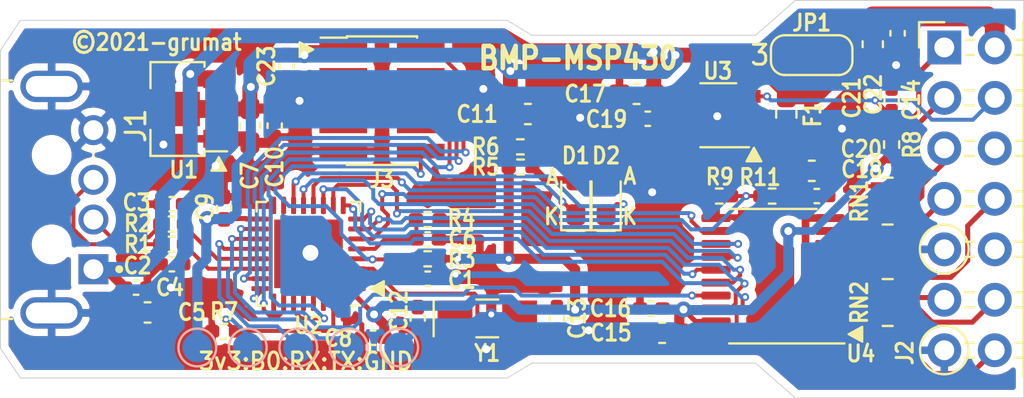
<source format=kicad_pcb>
(kicad_pcb (version 20171130) (host pcbnew "(5.1.10)-1")
  (layers (0 F.Cu signal hide) (31 B.Cu signal hide) (35 F.Paste user) (37 F.SilkS user) (38 B.Mask user) (39 F.Mask user hide) (44 Edge.Cuts user))
  (net 0 "")
  (net 1 GND)
  (net 2 +5V)
  (net 3 +3V3)
  (net 4 +3.3VA)
  (net 5 GNDA)
  (net 6 /OSC_OUT)
  (net 7 /NRST)
  (net 8 /VCC_TOOL)
  (net 9 "Net-(D1-Pad2)")
  (net 10 /LED_GREEN)
  (net 11 "Net-(D2-Pad2)")
  (net 12 /LED_RED)
  (net 13 /TRXD)
  (net 14 /TTXD)
  (net 15 /TRST)
  (net 16 "Net-(J2-Pad10)")
  (net 17 /TTEST)
  (net 18 /TTCK)
  (net 19 "Net-(J2-Pad6)")
  (net 20 /TTMS)
  (net 21 /TVCC)
  (net 22 /TTDI)
  (net 23 /TTDO)
  (net 24 /BOOT0)
  (net 25 /ISP_TX)
  (net 26 /ISP_RX)
  (net 27 /USBP)
  (net 28 /USBM)
  (net 29 /VREF2)
  (net 30 /OSC_IN)
  (net 31 /JRST)
  (net 32 /JTDI)
  (net 33 /JTDO)
  (net 34 /JTCK)
  (net 35 /JTMS)
  (net 36 /JRXD)
  (net 37 /JTXD)
  (net 38 /JTEST)
  (net 39 /HUSBP)
  (net 40 /HUSBM)
  (net 41 /SWCLK)
  (net 42 /SWDIO)
  (net 43 "Net-(J3-Pad8)")
  (net 44 "Net-(J3-Pad7)")
  (net 45 /TRACESWO)
  (net 46 "Net-(F1-Pad2)")
  (net 47 /VCC_OUT)
  (net 48 "Net-(U2-Pad30)")
  (net 49 "Net-(U2-Pad29)")
  (net 50 "Net-(U2-Pad28)")
  (net 51 "Net-(U2-Pad25)")
  (net 52 /LTDO)
  (net 53 /LTMS)
  (net 54 /LTDI)
  (net 55 /LTCK)
  (net 56 /LTEST)
  (net 57 /LTXD)
  (net 58 /LRST)
  (net 59 /LRXD)
  (net 60 "Net-(U2-Pad15)")
  (module LocalLib:MOLEX_48037-0001 (layer F.Cu) (at 66.075 60.825 270)
    (fp_text reference J1 (at -3.725 -4.235 90) (layer F.SilkS) (effects (font (thickness 0.1524))))
    (fp_text value 48037-0001)
    (pad S1 thru_hole oval (at 5.7 0 270) (size 1.575 3.15) (drill oval 1.05 2.6) (layers *.Cu *.Mask) (net 1 GND))
    (pad S2 thru_hole oval (at -5.7 0 270) (size 1.575 3.15) (drill oval 1.05 2.6) (layers *.Cu *.Mask) (net 1 GND))
    (pad None np_thru_hole circle (at -2.25 0 270) (size 1.25 1.25) (drill 1.25) (layers *.Cu *.Mask))
    (pad None np_thru_hole circle (at 2.25 0 270) (size 1.25 1.25) (drill 1.25) (layers *.Cu *.Mask))
    (pad 4 thru_hole circle (at -3.5 -2.1 270) (size 1.508 1.508) (drill 1) (layers *.Cu *.Mask) (net 1 GND))
    (pad 3 thru_hole circle (at -1 -2.1 270) (size 1.508 1.508) (drill 1) (layers *.Cu *.Mask) (net 39 /HUSBP))
    (pad 2 thru_hole circle (at 1 -2.1 270) (size 1.508 1.508) (drill 1) (layers *.Cu *.Mask) (net 40 /HUSBM))
    (pad 1 thru_hole rect (at 3.5 -2.1 270) (size 1.508 1.508) (drill 1) (layers *.Cu *.Mask) (net 2 +5V))
  )
  (module LocalLib:R_Array_Convex_4x0402_hand_soldered (layer F.Cu) (at 108.15 66)
    (fp_text reference RN2 (at -1.425 0 90) (layer F.SilkS) (effects (font (size 0.8128 0.7112) (thickness 0.1524))))
    (fp_text value 33)
    (pad 1 smd rect (at -0.55 -0.75) (size 0.6 0.4) (layers F.Cu F.Paste F.Mask) (net 56 /LTEST))
    (pad 3 smd rect (at -0.55 0.25) (size 0.6 0.3) (layers F.Cu F.Paste F.Mask) (net 57 /LTXD))
    (pad 2 smd rect (at -0.55 -0.25) (size 0.6 0.3) (layers F.Cu F.Paste F.Mask) (net 58 /LRST))
    (pad 4 smd rect (at -0.55 0.75) (size 0.6 0.4) (layers F.Cu F.Paste F.Mask) (net 59 /LRXD))
    (pad 7 smd rect (at 0.55 -0.25) (size 0.6 0.3) (layers F.Cu F.Paste F.Mask) (net 15 /TRST))
    (pad 8 smd rect (at 0.55 -0.75) (size 0.6 0.4) (layers F.Cu F.Paste F.Mask) (net 17 /TTEST))
    (pad 6 smd rect (at 0.55 0.25) (size 0.6 0.3) (layers F.Cu F.Paste F.Mask) (net 14 /TTXD))
    (pad 5 smd rect (at 0.55 0.75) (size 0.6 0.4) (layers F.Cu F.Paste F.Mask) (net 13 /TRXD))
  )
  (module LocalLib:R_Array_Convex_4x0402_hand_soldered (layer F.Cu) (at 108.15 60.8965)
    (fp_text reference RN1 (at -1.425 0.0035 90) (layer F.SilkS) (effects (font (size 0.8128 0.7112) (thickness 0.1524))))
    (fp_text value 33)
    (pad 1 smd rect (at -0.55 -0.75) (size 0.6 0.4) (layers F.Cu F.Paste F.Mask) (net 52 /LTDO))
    (pad 3 smd rect (at -0.55 0.25) (size 0.6 0.3) (layers F.Cu F.Paste F.Mask) (net 53 /LTMS))
    (pad 2 smd rect (at -0.55 -0.25) (size 0.6 0.3) (layers F.Cu F.Paste F.Mask) (net 54 /LTDI))
    (pad 4 smd rect (at -0.55 0.75) (size 0.6 0.4) (layers F.Cu F.Paste F.Mask) (net 55 /LTCK))
    (pad 7 smd rect (at 0.55 -0.25) (size 0.6 0.3) (layers F.Cu F.Paste F.Mask) (net 22 /TTDI))
    (pad 8 smd rect (at 0.55 -0.75) (size 0.6 0.4) (layers F.Cu F.Paste F.Mask) (net 23 /TTDO))
    (pad 6 smd rect (at 0.55 0.25) (size 0.6 0.3) (layers F.Cu F.Paste F.Mask) (net 20 /TTMS))
    (pad 5 smd rect (at 0.55 0.75) (size 0.6 0.4) (layers F.Cu F.Paste F.Mask) (net 18 /TTCK))
  )
  (module Package_TO_SOT_SMD:SOT-23-5_HandSoldering (layer F.Cu) (at 99.625 56.575 180)
    (fp_text reference U3 (at 0.025 2.225) (layer F.SilkS) (effects (font (size 0.8128 0.7112) (thickness 0.1524))))
    (fp_text value AD8531ARTZ)
    (pad 5 smd rect (at 1.35 -0.95 180) (size 1.56 0.65) (layers F.Cu F.Paste F.Mask) (net 2 +5V))
    (pad 4 smd rect (at 1.35 0.95 180) (size 1.56 0.65) (layers F.Cu F.Paste F.Mask) (net 8 /VCC_TOOL))
    (pad 3 smd rect (at -1.35 0.95 180) (size 1.56 0.65) (layers F.Cu F.Paste F.Mask) (net 21 /TVCC))
    (pad 2 smd rect (at -1.35 0 180) (size 1.56 0.65) (layers F.Cu F.Paste F.Mask) (net 1 GND))
    (pad 1 smd rect (at -1.35 -0.95 180) (size 1.56 0.65) (layers F.Cu F.Paste F.Mask) (net 46 "Net-(F1-Pad2)"))
  )
  (module Capacitor_SMD:C_0402_1005Metric_Pad0.74x0.62mm_HandSolder (layer F.Cu) (at 72.125 61.05 180)
    (fp_text reference C3 (at 1.775 0.075) (layer F.SilkS) (effects (font (size 0.8128 0.7112) (thickness 0.1524))))
    (fp_text value 33pF)
    (pad 2 smd roundrect (at 0.5675 0 180) (size 0.735 0.62) (layers F.Cu F.Paste F.Mask) (net 1 GND))
    (pad 1 smd roundrect (at -0.5675 0 180) (size 0.735 0.62) (layers F.Cu F.Paste F.Mask) (net 28 /USBM))
  )
  (module Capacitor_SMD:C_0402_1005Metric_Pad0.74x0.62mm_HandSolder (layer F.Cu) (at 72.125 64.075 180)
    (fp_text reference C2 (at 1.725 -0.075) (layer F.SilkS) (effects (font (size 0.8128 0.7112) (thickness 0.1524))))
    (fp_text value 33pF)
    (pad 2 smd roundrect (at 0.5675 0 180) (size 0.735 0.62) (layers F.Cu F.Paste F.Mask) (net 1 GND))
    (pad 1 smd roundrect (at -0.5675 0 180) (size 0.735 0.62) (layers F.Cu F.Paste F.Mask) (net 27 /USBP))
  )
  (module Jumper:SolderJumper-3_P1.3mm_Bridged12_RoundedPad1.0x1.5mm_NumberLabels (layer F.Cu) (at 104.325 53.55 180)
    (fp_text reference JP1 (at 0 1.625) (layer F.SilkS) (effects (font (size 0.8128 0.7112) (thickness 0.1524))))
    (fp_text value VCC_SEL)
    (fp_poly (pts (xy -0.9 -0.3) (xy -0.4 -0.3) (xy -0.4 0.3) (xy -0.9 0.3)) (layer F.Cu) (width 0))
    (fp_text user 3 (at 2.6 0) (layer F.SilkS))
    (pad 1 smd custom (at -1.3 0 180) (size 1 0.5) (layers F.Cu F.Mask) (net 8 /VCC_TOOL) (options (clearance outline) (anchor rect)) (primitives (gr_poly (pts (xy 0.55 -0.75) (xy 0 -0.75) (xy 0 0.75) (xy 0.55 0.75)) (width 0)) (gr_circle (center 0 0.25) (end 0.5 0.25) (width 0)) (gr_circle (center 0 -0.25) (end 0.5 -0.25) (width 0))))
    (pad 2 smd rect (at 0 0 180) (size 1 1.5) (layers F.Cu F.Mask) (net 47 /VCC_OUT))
    (pad 3 smd custom (at 1.3 0 180) (size 1 0.5) (layers F.Cu F.Mask) (net 3 +3V3) (options (clearance outline) (anchor rect)) (primitives (gr_circle (center 0 0.25) (end 0.5 0.25) (width 0)) (gr_circle (center 0 -0.25) (end 0.5 -0.25) (width 0)) (gr_poly (pts (xy -0.55 -0.75) (xy 0 -0.75) (xy 0 0.75) (xy -0.55 0.75)) (width 0))))
  )
  (module Capacitor_SMD:C_0603_1608Metric_Pad1.08x0.95mm_HandSolder (layer F.Cu) (at 96.8 67.525)
    (fp_text reference C15 (at -2.575 0) (layer F.SilkS) (effects (font (size 0.8128 0.7112) (thickness 0.1524))))
    (fp_text value 22uF)
    (pad 2 smd roundrect (at 0.8625 0) (size 1.075 0.95) (layers F.Cu F.Paste F.Mask) (net 3 +3V3))
    (pad 1 smd roundrect (at -0.8625 0) (size 1.075 0.95) (layers F.Cu F.Paste F.Mask) (net 1 GND))
  )
  (module Fuse:Fuse_0603_1608Metric_Pad1.05x0.95mm_HandSolder (layer F.Cu) (at 103.05 56.525 270)
    (fp_text reference F1 (at 0 -1.325 90) (layer F.SilkS) (effects (font (size 0.8128 0.7112) (thickness 0.1524))))
    (fp_text value 0603L010YR)
    (pad 2 smd roundrect (at 0.875 0 270) (size 1.05 0.95) (layers F.Cu F.Paste F.Mask) (net 46 "Net-(F1-Pad2)"))
    (pad 1 smd roundrect (at -0.875 0 270) (size 1.05 0.95) (layers F.Cu F.Paste F.Mask) (net 8 /VCC_TOOL))
  )
  (module Capacitor_SMD:C_0603_1608Metric_Pad1.08x0.95mm_HandSolder (layer F.Cu) (at 107.4 53 270)
    (fp_text reference C21 (at 2.7 1.05 90) (layer F.SilkS) (effects (font (size 0.8128 0.7112) (thickness 0.1524))))
    (fp_text value 22uF)
    (pad 2 smd roundrect (at 0.8625 0 270) (size 1.075 0.95) (layers F.Cu F.Paste F.Mask) (net 1 GND))
    (pad 1 smd roundrect (at -0.8625 0 270) (size 1.075 0.95) (layers F.Cu F.Paste F.Mask) (net 47 /VCC_OUT))
  )
  (module Capacitor_SMD:C_0402_1005Metric_Pad0.74x0.62mm_HandSolder (layer F.Cu) (at 77.89 54.11 90)
    (fp_text reference C23 (at 0 -1 90) (layer F.SilkS) (effects (font (size 0.8128 0.7112) (thickness 0.1524))))
    (fp_text value 220nF)
    (pad 2 smd roundrect (at 0.5675 0 90) (size 0.735 0.62) (layers F.Cu F.Paste F.Mask) (net 3 +3V3))
    (pad 1 smd roundrect (at -0.5675 0 90) (size 0.735 0.62) (layers F.Cu F.Paste F.Mask) (net 1 GND))
  )
  (module Package_DFN_QFN:QFN-32-1EP_5x5mm_P0.5mm_EP3.45x3.45mm (layer F.Cu) (at 79 63.55 180)
    (fp_text reference U2 (at 0 -3.6) (layer F.SilkS) (effects (font (size 0.8128 0.7112))))
    (fp_text value STM32L432KBU6)
    (pad 33 smd rect (at 0 0 180) (size 3.450001 3.450001) (layers F.Cu F.Mask) (net 1 GND))
    (pad 32 smd roundrect (at -1.75 -2.4375 180) (size 0.25 0.875) (layers F.Cu F.Paste F.Mask) (net 1 GND))
    (pad 31 smd roundrect (at -1.25 -2.4375 180) (size 0.25 0.875) (layers F.Cu F.Paste F.Mask) (net 24 /BOOT0))
    (pad 30 smd roundrect (at -0.75 -2.4375 180) (size 0.25 0.875) (layers F.Cu F.Paste F.Mask) (net 48 "Net-(U2-Pad30)"))
    (pad 29 smd roundrect (at -0.25 -2.4375 180) (size 0.25 0.875) (layers F.Cu F.Paste F.Mask) (net 49 "Net-(U2-Pad29)"))
    (pad 28 smd roundrect (at 0.25 -2.4375 180) (size 0.25 0.875) (layers F.Cu F.Paste F.Mask) (net 50 "Net-(U2-Pad28)"))
    (pad 27 smd roundrect (at 0.75 -2.4375 180) (size 0.25 0.875) (layers F.Cu F.Paste F.Mask) (net 12 /LED_RED))
    (pad 26 smd roundrect (at 1.25 -2.4375 180) (size 0.25 0.875) (layers F.Cu F.Paste F.Mask) (net 45 /TRACESWO))
    (pad 25 smd roundrect (at 1.75 -2.4375 180) (size 0.25 0.875) (layers F.Cu F.Paste F.Mask) (net 51 "Net-(U2-Pad25)"))
    (pad 24 smd roundrect (at 2.4375 -1.75 180) (size 0.875 0.25) (layers F.Cu F.Paste F.Mask) (net 41 /SWCLK))
    (pad 23 smd roundrect (at 2.4375 -1.25 180) (size 0.875 0.25) (layers F.Cu F.Paste F.Mask) (net 42 /SWDIO))
    (pad 22 smd roundrect (at 2.4375 -0.75 180) (size 0.875 0.25) (layers F.Cu F.Paste F.Mask) (net 27 /USBP))
    (pad 21 smd roundrect (at 2.4375 -0.25 180) (size 0.875 0.25) (layers F.Cu F.Paste F.Mask) (net 28 /USBM))
    (pad 20 smd roundrect (at 2.4375 0.25 180) (size 0.875 0.25) (layers F.Cu F.Paste F.Mask) (net 26 /ISP_RX))
    (pad 19 smd roundrect (at 2.4375 0.75 180) (size 0.875 0.25) (layers F.Cu F.Paste F.Mask) (net 25 /ISP_TX))
    (pad 18 smd roundrect (at 2.4375 1.25 180) (size 0.875 0.25) (layers F.Cu F.Paste F.Mask) (net 31 /JRST))
    (pad 17 smd roundrect (at 2.4375 1.75 180) (size 0.875 0.25) (layers F.Cu F.Paste F.Mask) (net 3 +3V3))
    (pad 16 smd roundrect (at 1.75 2.4375 180) (size 0.25 0.875) (layers F.Cu F.Paste F.Mask) (net 1 GND))
    (pad 15 smd roundrect (at 1.25 2.4375 180) (size 0.25 0.875) (layers F.Cu F.Paste F.Mask) (net 60 "Net-(U2-Pad15)"))
    (pad 14 smd roundrect (at 0.75 2.4375 180) (size 0.25 0.875) (layers F.Cu F.Paste F.Mask) (net 10 /LED_GREEN))
    (pad 13 smd roundrect (at 0.25 2.4375 180) (size 0.25 0.875) (layers F.Cu F.Paste F.Mask) (net 32 /JTDI))
    (pad 12 smd roundrect (at -0.25 2.4375 180) (size 0.25 0.875) (layers F.Cu F.Paste F.Mask) (net 33 /JTDO))
    (pad 11 smd roundrect (at -0.75 2.4375 180) (size 0.25 0.875) (layers F.Cu F.Paste F.Mask) (net 34 /JTCK))
    (pad 10 smd roundrect (at -1.25 2.4375 180) (size 0.25 0.875) (layers F.Cu F.Paste F.Mask) (net 35 /JTMS))
    (pad 9 smd roundrect (at -1.75 2.4375 180) (size 0.25 0.875) (layers F.Cu F.Paste F.Mask) (net 36 /JRXD))
    (pad 8 smd roundrect (at -2.4375 1.75 180) (size 0.875 0.25) (layers F.Cu F.Paste F.Mask) (net 37 /JTXD))
    (pad 7 smd roundrect (at -2.4375 1.25 180) (size 0.875 0.25) (layers F.Cu F.Paste F.Mask) (net 38 /JTEST))
    (pad 6 smd roundrect (at -2.4375 0.75 180) (size 0.875 0.25) (layers F.Cu F.Paste F.Mask) (net 29 /VREF2))
    (pad 5 smd roundrect (at -2.4375 0.25 180) (size 0.875 0.25) (layers F.Cu F.Paste F.Mask) (net 4 +3.3VA))
    (pad 4 smd roundrect (at -2.4375 -0.25 180) (size 0.875 0.25) (layers F.Cu F.Paste F.Mask) (net 7 /NRST))
    (pad 3 smd roundrect (at -2.4375 -0.75 180) (size 0.875 0.25) (layers F.Cu F.Paste F.Mask) (net 6 /OSC_OUT))
    (pad 2 smd roundrect (at -2.4375 -1.25 180) (size 0.875 0.25) (layers F.Cu F.Paste F.Mask) (net 30 /OSC_IN))
    (pad 1 smd roundrect (at -2.4375 -1.75 180) (size 0.875 0.25) (layers F.Cu F.Paste F.Mask) (net 3 +3V3))
  )
  (module Connector_PinHeader_1.27mm:PinHeader_2x05_P1.27mm_Vertical_SMD (layer F.Cu) (at 82.7 55.84)
    (fp_text reference J3 (at 0 3.96) (layer F.SilkS) (effects (font (size 0.8128 0.7112))))
    (fp_text value SWD)
    (pad 10 smd rect (at 1.95 2.54) (size 2.4 0.74) (layers F.Cu F.Paste F.Mask) (net 7 /NRST))
    (pad 9 smd rect (at -1.95 2.54) (size 2.4 0.74) (layers F.Cu F.Paste F.Mask) (net 1 GND))
    (pad 8 smd rect (at 1.95 1.27) (size 2.4 0.74) (layers F.Cu F.Paste F.Mask) (net 43 "Net-(J3-Pad8)"))
    (pad 7 smd rect (at -1.95 1.27) (size 2.4 0.74) (layers F.Cu F.Paste F.Mask) (net 44 "Net-(J3-Pad7)"))
    (pad 6 smd rect (at 1.95 0) (size 2.4 0.74) (layers F.Cu F.Paste F.Mask) (net 45 /TRACESWO))
    (pad 5 smd rect (at -1.95 0) (size 2.4 0.74) (layers F.Cu F.Paste F.Mask) (net 1 GND))
    (pad 4 smd rect (at 1.95 -1.27) (size 2.4 0.74) (layers F.Cu F.Paste F.Mask) (net 41 /SWCLK))
    (pad 3 smd rect (at -1.95 -1.27) (size 2.4 0.74) (layers F.Cu F.Paste F.Mask) (net 1 GND))
    (pad 2 smd rect (at 1.95 -2.54) (size 2.4 0.74) (layers F.Cu F.Paste F.Mask) (net 42 /SWDIO))
    (pad 1 smd rect (at -1.95 -2.54) (size 2.4 0.74) (layers F.Cu F.Paste F.Mask) (net 3 +3V3))
  )
  (module Resistor_SMD:R_0402_1005Metric_Pad0.72x0.64mm_HandSolder (layer F.Cu) (at 74.75 67.45)
    (fp_text reference R7 (at 0 -1) (layer F.SilkS) (effects (font (size 0.8128 0.7112))))
    (fp_text value 100K)
    (pad 2 smd roundrect (at 0.5975 0) (size 0.715 0.64) (layers F.Cu F.Paste F.Mask) (net 24 /BOOT0))
    (pad 1 smd roundrect (at -0.5975 0) (size 0.715 0.64) (layers F.Cu F.Paste F.Mask) (net 1 GND))
  )
  (module Crystal:Crystal_SMD_G8-2Pin_3.2x1.5mm_HandSoldering (layer F.Cu) (at 88 66.8)
    (fp_text reference Y1 (at 0 1.75) (layer F.SilkS) (effects (font (size 0.8128 0.7112))))
    (fp_text value "32768 7pF")
    (pad 2 smd rect (at 1.625 0) (size 1.75 1.8) (layers F.Cu F.Paste F.Mask) (net 6 /OSC_OUT))
    (pad 1 smd rect (at -1.625 0) (size 1.75 1.8) (layers F.Cu F.Paste F.Mask) (net 30 /OSC_IN))
  )
  (module Capacitor_SMD:C_0402_1005Metric_Pad0.74x0.62mm_HandSolder (layer F.Cu) (at 91.5 66.8 270)
    (fp_text reference C13 (at 0 -1.025 90) (layer F.SilkS) (effects (font (size 0.8128 0.7112))))
    (fp_text value 4.7pF)
    (pad 2 smd roundrect (at 0.5675 0 270) (size 0.735 0.62) (layers F.Cu F.Paste F.Mask) (net 1 GND))
    (pad 1 smd roundrect (at -0.5675 0 270) (size 0.735 0.62) (layers F.Cu F.Paste F.Mask) (net 6 /OSC_OUT))
  )
  (module Package_TO_SOT_SMD:SOT-89-3 (layer F.Cu) (at 72.7075 56.261 180)
    (fp_text reference U1 (at -0.0175 -3.064) (layer F.SilkS) (effects (font (size 0.8128 0.7112))))
    (fp_text value " AMS1117-3.3")
    (pad 2 smd custom (at -1.5625 0 180) (size 1.475 0.9) (layers F.Cu F.Paste F.Mask) (net 3 +3V3) (options (clearance outline) (anchor rect)) (primitives (gr_poly (pts (xy 0.7375 -0.8665) (xy 3.8625 -0.8665) (xy 3.8625 0.8665) (xy 0.7375 0.8665)) (width 0))))
    (pad 3 smd rect (at -1.65 1.5 180) (size 1.3 0.9) (layers F.Cu F.Paste F.Mask) (net 2 +5V))
    (pad 1 smd rect (at -1.65 -1.5 180) (size 1.3 0.9) (layers F.Cu F.Paste F.Mask) (net 1 GND))
  )
  (module NetTie:NetTie-2_SMD_Pad0.5mm (layer F.Cu) (at 87.125 62.825 180)
    (fp_text reference NT1 hide)
    (fp_text value GND-GNDA)
    (fp_poly (pts (xy -0.5 -0.25) (xy 0.5 -0.25) (xy 0.5 0.25) (xy -0.5 0.25)) (layer F.Cu) (width 0))
    (pad 2 smd circle (at 0.5 0 180) (size 0.5 0.5) (layers F.Cu) (net 5 GNDA))
    (pad 1 smd circle (at -0.5 0 180) (size 0.5 0.5) (layers F.Cu) (net 1 GND))
  )
  (module Connector_PinHeader_2.54mm:PinHeader_2x07_P2.54mm_Horizontal (layer F.Cu) (at 111 53.1622)
    (fp_text reference J2 (at -1.9832 15.367 90) (layer F.SilkS) (effects (font (size 0.8128 0.7112))))
    (fp_text value JTAG)
    (pad 14 thru_hole oval (at 2.54 15.24) (size 1.7 1.7) (drill 1) (layers *.Cu *.Mask) (net 13 /TRXD))
    (pad 13 thru_hole oval (at 0 15.24) (size 1.7 1.7) (drill 1) (layers *.Cu *.Mask) (net 1 GND))
    (pad 12 thru_hole oval (at 2.54 12.7) (size 1.7 1.7) (drill 1) (layers *.Cu *.Mask) (net 14 /TTXD))
    (pad 11 thru_hole oval (at 0 12.7) (size 1.7 1.7) (drill 1) (layers *.Cu *.Mask) (net 15 /TRST))
    (pad 10 thru_hole oval (at 2.54 10.16) (size 1.7 1.7) (drill 1) (layers *.Cu *.Mask) (net 16 "Net-(J2-Pad10)"))
    (pad 9 thru_hole oval (at 0 10.16) (size 1.7 1.7) (drill 1) (layers *.Cu *.Mask) (net 1 GND))
    (pad 8 thru_hole oval (at 2.54 7.62) (size 1.7 1.7) (drill 1) (layers *.Cu *.Mask) (net 17 /TTEST))
    (pad 7 thru_hole oval (at 0 7.62) (size 1.7 1.7) (drill 1) (layers *.Cu *.Mask) (net 18 /TTCK))
    (pad 6 thru_hole oval (at 2.54 5.08) (size 1.7 1.7) (drill 1) (layers *.Cu *.Mask) (net 19 "Net-(J2-Pad6)"))
    (pad 5 thru_hole oval (at 0 5.08) (size 1.7 1.7) (drill 1) (layers *.Cu *.Mask) (net 20 /TTMS))
    (pad 4 thru_hole oval (at 2.54 2.54) (size 1.7 1.7) (drill 1) (layers *.Cu *.Mask) (net 21 /TVCC))
    (pad 3 thru_hole oval (at 0 2.54) (size 1.7 1.7) (drill 1) (layers *.Cu *.Mask) (net 22 /TTDI))
    (pad 2 thru_hole oval (at 2.54 0) (size 1.7 1.7) (drill 1) (layers *.Cu *.Mask) (net 47 /VCC_OUT))
    (pad 1 thru_hole rect (at 0 0) (size 1.7 1.7) (drill 1) (layers *.Cu *.Mask) (net 23 /TTDO))
  )
  (module Package_SO:TSSOP-20_4.4x6.5mm_P0.65mm (layer F.Cu) (at 102.375 64.675 180)
    (fp_text reference U4 (at -4.425 -3.9) (layer F.SilkS) (effects (font (size 0.8128 0.7112))))
    (fp_text value TXS0108EPWR)
    (pad 20 smd roundrect (at 2.8625 -2.925 180) (size 1.475 0.4) (layers F.Cu F.Paste F.Mask) (net 36 /JRXD))
    (pad 19 smd roundrect (at 2.8625 -2.275 180) (size 1.475 0.4) (layers F.Cu F.Paste F.Mask) (net 3 +3V3))
    (pad 18 smd roundrect (at 2.8625 -1.625 180) (size 1.475 0.4) (layers F.Cu F.Paste F.Mask) (net 37 /JTXD))
    (pad 17 smd roundrect (at 2.8625 -0.975 180) (size 1.475 0.4) (layers F.Cu F.Paste F.Mask) (net 31 /JRST))
    (pad 16 smd roundrect (at 2.8625 -0.325 180) (size 1.475 0.4) (layers F.Cu F.Paste F.Mask) (net 38 /JTEST))
    (pad 15 smd roundrect (at 2.8625 0.325 180) (size 1.475 0.4) (layers F.Cu F.Paste F.Mask) (net 34 /JTCK))
    (pad 14 smd roundrect (at 2.8625 0.975 180) (size 1.475 0.4) (layers F.Cu F.Paste F.Mask) (net 35 /JTMS))
    (pad 13 smd roundrect (at 2.8625 1.625 180) (size 1.475 0.4) (layers F.Cu F.Paste F.Mask) (net 32 /JTDI))
    (pad 12 smd roundrect (at 2.8625 2.275 180) (size 1.475 0.4) (layers F.Cu F.Paste F.Mask) (net 33 /JTDO))
    (pad 11 smd roundrect (at 2.8625 2.925 180) (size 1.475 0.4) (layers F.Cu F.Paste F.Mask) (net 1 GND))
    (pad 10 smd roundrect (at -2.8625 2.925 180) (size 1.475 0.4) (layers F.Cu F.Paste F.Mask) (net 8 /VCC_TOOL))
    (pad 9 smd roundrect (at -2.8625 2.275 180) (size 1.475 0.4) (layers F.Cu F.Paste F.Mask) (net 52 /LTDO))
    (pad 8 smd roundrect (at -2.8625 1.625 180) (size 1.475 0.4) (layers F.Cu F.Paste F.Mask) (net 54 /LTDI))
    (pad 7 smd roundrect (at -2.8625 0.975 180) (size 1.475 0.4) (layers F.Cu F.Paste F.Mask) (net 53 /LTMS))
    (pad 6 smd roundrect (at -2.8625 0.325 180) (size 1.475 0.4) (layers F.Cu F.Paste F.Mask) (net 55 /LTCK))
    (pad 5 smd roundrect (at -2.8625 -0.325 180) (size 1.475 0.4) (layers F.Cu F.Paste F.Mask) (net 56 /LTEST))
    (pad 4 smd roundrect (at -2.8625 -0.975 180) (size 1.475 0.4) (layers F.Cu F.Paste F.Mask) (net 58 /LRST))
    (pad 3 smd roundrect (at -2.8625 -1.625 180) (size 1.475 0.4) (layers F.Cu F.Paste F.Mask) (net 57 /LTXD))
    (pad 2 smd roundrect (at -2.8625 -2.275 180) (size 1.475 0.4) (layers F.Cu F.Paste F.Mask) (net 8 /VCC_TOOL))
    (pad 1 smd roundrect (at -2.8625 -2.925 180) (size 1.475 0.4) (layers F.Cu F.Paste F.Mask) (net 59 /LRXD))
  )
  (module TestPoint:TestPoint_Pad_D1.5mm (layer B.Cu) (at 83.566 68.2625)
    (fp_text reference TP5 hide)
    (fp_text value GND)
    (pad 1 smd circle (at 0 0) (size 1.5 1.5) (layers B.Cu B.Mask) (net 1 GND))
  )
  (module TestPoint:TestPoint_Pad_D1.5mm (layer B.Cu) (at 81.026 68.2625)
    (fp_text reference TP4 hide)
    (fp_text value ISP_TX)
    (pad 1 smd circle (at 0 0) (size 1.5 1.5) (layers B.Cu B.Mask) (net 25 /ISP_TX))
  )
  (module TestPoint:TestPoint_Pad_D1.5mm (layer B.Cu) (at 78.486 68.2625)
    (fp_text reference TP3 hide)
    (fp_text value ISP_RX)
    (pad 1 smd circle (at 0 0) (size 1.5 1.5) (layers B.Cu B.Mask) (net 26 /ISP_RX))
  )
  (module TestPoint:TestPoint_Pad_D1.5mm (layer B.Cu) (at 75.946 68.2625)
    (fp_text reference TP2 hide)
    (fp_text value BOOT0)
    (pad 1 smd circle (at 0 0) (size 1.5 1.5) (layers B.Cu B.Mask) (net 24 /BOOT0))
  )
  (module TestPoint:TestPoint_Pad_D1.5mm (layer B.Cu) (at 73.406 68.2625)
    (fp_text reference TP1 hide)
    (fp_text value 3v3)
    (pad 1 smd circle (at 0 0) (size 1.5 1.5) (layers B.Cu B.Mask) (net 3 +3V3))
  )
  (module Capacitor_SMD:C_0402_1005Metric_Pad0.74x0.62mm_HandSolder (layer F.Cu) (at 108.35 55.8 90)
    (fp_text reference C14 (at 0 1 90) (layer F.SilkS) (effects (font (size 0.8128 0.7112))))
    (fp_text value 220nF)
    (pad 2 smd roundrect (at 0.5675 0 90) (size 0.735 0.62) (layers F.Cu F.Paste F.Mask) (net 1 GND))
    (pad 1 smd roundrect (at -0.5675 0 90) (size 0.735 0.62) (layers F.Cu F.Paste F.Mask) (net 21 /TVCC))
  )
  (module Resistor_SMD:R_0402_1005Metric_Pad0.72x0.64mm_HandSolder (layer F.Cu) (at 85 63.8)
    (fp_text reference R3 (at 1.72 0.025 180) (layer F.SilkS) (effects (font (size 0.8128 0.7112))))
    (fp_text value 100K)
    (pad 2 smd roundrect (at 0.5975 0) (size 0.715 0.64) (layers F.Cu F.Paste F.Mask) (net 3 +3V3))
    (pad 1 smd roundrect (at -0.5975 0) (size 0.715 0.64) (layers F.Cu F.Paste F.Mask) (net 7 /NRST))
  )
  (module Resistor_SMD:R_0402_1005Metric_Pad0.72x0.64mm_HandSolder (layer F.Cu) (at 89.662 58.166 180)
    (fp_text reference R6 (at 1.742 0.006 180) (layer F.SilkS) (effects (font (size 0.8128 0.7112))))
    (fp_text value 1K)
    (pad 2 smd roundrect (at 0.5975 0 180) (size 0.715 0.64) (layers F.Cu F.Paste F.Mask) (net 3 +3V3))
    (pad 1 smd roundrect (at -0.5975 0 180) (size 0.715 0.64) (layers F.Cu F.Paste F.Mask) (net 11 "Net-(D2-Pad2)"))
  )
  (module Resistor_SMD:R_0402_1005Metric_Pad0.72x0.64mm_HandSolder (layer F.Cu) (at 102.336 60.6425 180)
    (fp_text reference R11 (at 0.611 0.9425) (layer F.SilkS) (effects (font (size 0.8128 0.7112))))
    (fp_text value 4k7)
    (pad 2 smd roundrect (at 0.5975 0 180) (size 0.715 0.64) (layers F.Cu F.Paste F.Mask) (net 29 /VREF2))
    (pad 1 smd roundrect (at -0.5975 0 180) (size 0.715 0.64) (layers F.Cu F.Paste F.Mask) (net 8 /VCC_TOOL))
  )
  (module Resistor_SMD:R_0402_1005Metric_Pad0.72x0.64mm_HandSolder (layer F.Cu) (at 108.35 58.05 270)
    (fp_text reference R8 (at 0 -1.025 90) (layer F.SilkS) (effects (font (size 0.8128 0.7112))))
    (fp_text value 47K)
    (pad 2 smd roundrect (at 0.5975 0 270) (size 0.715 0.64) (layers F.Cu F.Paste F.Mask) (net 3 +3V3))
    (pad 1 smd roundrect (at -0.5975 0 270) (size 0.715 0.64) (layers F.Cu F.Paste F.Mask) (net 21 /TVCC))
  )
  (module Resistor_SMD:R_0402_1005Metric_Pad0.72x0.64mm_HandSolder (layer F.Cu) (at 99.675 60.6425 180)
    (fp_text reference R9 (at -0.0254 0.9675) (layer F.SilkS) (effects (font (size 0.8128 0.7112))))
    (fp_text value 4k7)
    (pad 2 smd roundrect (at 0.5975 0 180) (size 0.715 0.64) (layers F.Cu F.Paste F.Mask) (net 1 GND))
    (pad 1 smd roundrect (at -0.5975 0 180) (size 0.715 0.64) (layers F.Cu F.Paste F.Mask) (net 29 /VREF2))
  )
  (module Resistor_SMD:R_0402_1005Metric_Pad0.72x0.64mm_HandSolder (layer F.Cu) (at 89.6741 59.182 180)
    (fp_text reference R5 (at 1.7541 0 180) (layer F.SilkS) (effects (font (size 0.8128 0.7112))))
    (fp_text value 1K)
    (pad 2 smd roundrect (at 0.5975 0 180) (size 0.715 0.64) (layers F.Cu F.Paste F.Mask) (net 3 +3V3))
    (pad 1 smd roundrect (at -0.5975 0 180) (size 0.715 0.64) (layers F.Cu F.Paste F.Mask) (net 9 "Net-(D1-Pad2)"))
  )
  (module Resistor_SMD:R_0402_1005Metric_Pad0.72x0.64mm_HandSolder (layer F.Cu) (at 85 61.825 180)
    (fp_text reference R4 (at -1.7 0.05 180) (layer F.SilkS) (effects (font (size 0.8128 0.7112))))
    (fp_text value 100)
    (pad 2 smd roundrect (at 0.5975 0 180) (size 0.715 0.64) (layers F.Cu F.Paste F.Mask) (net 4 +3.3VA))
    (pad 1 smd roundrect (at -0.5975 0 180) (size 0.715 0.64) (layers F.Cu F.Paste F.Mask) (net 3 +3V3))
  )
  (module Resistor_SMD:R_0402_1005Metric_Pad0.72x0.64mm_HandSolder (layer F.Cu) (at 72.136 62.0514 180)
    (fp_text reference R2 (at 1.7145 0.0264) (layer F.SilkS) (effects (font (size 0.8128 0.7112))))
    (fp_text value 22)
    (pad 2 smd roundrect (at 0.5975 0 180) (size 0.715 0.64) (layers F.Cu F.Paste F.Mask) (net 40 /HUSBM))
    (pad 1 smd roundrect (at -0.5975 0 180) (size 0.715 0.64) (layers F.Cu F.Paste F.Mask) (net 28 /USBM))
  )
  (module Resistor_SMD:R_0402_1005Metric_Pad0.72x0.64mm_HandSolder (layer F.Cu) (at 72.136 63.0674 180)
    (fp_text reference R1 (at 1.7145 -0.0076) (layer F.SilkS) (effects (font (size 0.8128 0.7112))))
    (fp_text value 22)
    (pad 2 smd roundrect (at 0.5975 0 180) (size 0.715 0.64) (layers F.Cu F.Paste F.Mask) (net 39 /HUSBP))
    (pad 1 smd roundrect (at -0.5975 0 180) (size 0.715 0.64) (layers F.Cu F.Paste F.Mask) (net 27 /USBP))
  )
  (module Capacitor_SMD:C_0402_1005Metric_Pad0.74x0.62mm_HandSolder (layer F.Cu) (at 96.075 56.75)
    (fp_text reference C19 (at -2.075 0.025) (layer F.SilkS) (effects (font (size 0.8128 0.7112))))
    (fp_text value 220nF)
    (pad 2 smd roundrect (at 0.5675 0) (size 0.735 0.62) (layers F.Cu F.Paste F.Mask) (net 2 +5V))
    (pad 1 smd roundrect (at -0.5675 0) (size 0.735 0.62) (layers F.Cu F.Paste F.Mask) (net 1 GND))
  )
  (module Capacitor_SMD:C_0402_1005Metric_Pad0.74x0.62mm_HandSolder (layer F.Cu) (at 108.65 52.45 270)
    (fp_text reference C22 (at 3.075 1.225 270) (layer F.SilkS) (effects (font (size 0.8128 0.7112))))
    (fp_text value 220nF)
    (pad 2 smd roundrect (at 0.5675 0 270) (size 0.735 0.62) (layers F.Cu F.Paste F.Mask) (net 1 GND))
    (pad 1 smd roundrect (at -0.5675 0 270) (size 0.735 0.62) (layers F.Cu F.Paste F.Mask) (net 47 /VCC_OUT))
  )
  (module Capacitor_SMD:C_0603_1608Metric_Pad1.08x0.95mm_HandSolder (layer F.Cu) (at 95.5125 55.5 180)
    (fp_text reference C17 (at 2.5875 0 180) (layer F.SilkS) (effects (font (size 0.8128 0.7112))))
    (fp_text value 22uF)
    (pad 2 smd roundrect (at 0.8625 0 180) (size 1.075 0.95) (layers F.Cu F.Paste F.Mask) (net 1 GND))
    (pad 1 smd roundrect (at -0.8625 0 180) (size 1.075 0.95) (layers F.Cu F.Paste F.Mask) (net 2 +5V))
  )
  (module Capacitor_SMD:C_0603_1608Metric_Pad1.08x0.95mm_HandSolder (layer F.Cu) (at 104.3305 59.3725)
    (fp_text reference C20 (at 2.4945 -1.0975) (layer F.SilkS) (effects (font (size 0.8128 0.7112))))
    (fp_text value 22uF)
    (pad 2 smd roundrect (at 0.8625 0) (size 1.075 0.95) (layers F.Cu F.Paste F.Mask) (net 1 GND))
    (pad 1 smd roundrect (at -0.8625 0) (size 1.075 0.95) (layers F.Cu F.Paste F.Mask) (net 8 /VCC_TOOL))
  )
  (module Capacitor_SMD:C_0402_1005Metric_Pad0.74x0.62mm_HandSolder (layer F.Cu) (at 104.5845 60.6425)
    (fp_text reference C18 (at 2.2655 -1.3425) (layer F.SilkS) (effects (font (size 0.8128 0.7112))))
    (fp_text value 220nF)
    (pad 2 smd roundrect (at 0.5675 0) (size 0.735 0.62) (layers F.Cu F.Paste F.Mask) (net 1 GND))
    (pad 1 smd roundrect (at -0.5675 0) (size 0.735 0.62) (layers F.Cu F.Paste F.Mask) (net 8 /VCC_TOOL))
  )
  (module Capacitor_SMD:C_0402_1005Metric_Pad0.74x0.62mm_HandSolder (layer F.Cu) (at 96.25 66.3)
    (fp_text reference C16 (at -2.05 0) (layer F.SilkS) (effects (font (size 0.8128 0.7112))))
    (fp_text value 220nF)
    (pad 2 smd roundrect (at 0.5675 0) (size 0.735 0.62) (layers F.Cu F.Paste F.Mask) (net 3 +3V3))
    (pad 1 smd roundrect (at -0.5675 0) (size 0.735 0.62) (layers F.Cu F.Paste F.Mask) (net 1 GND))
  )
  (module Capacitor_SMD:C_0402_1005Metric_Pad0.74x0.62mm_HandSolder (layer F.Cu) (at 85 64.8)
    (fp_text reference C1 (at 1.72 0.075) (layer F.SilkS) (effects (font (size 0.8128 0.7112))))
    (fp_text value 100nF)
    (pad 2 smd roundrect (at 0.5675 0) (size 0.735 0.62) (layers F.Cu F.Paste F.Mask) (net 1 GND))
    (pad 1 smd roundrect (at -0.5675 0) (size 0.735 0.62) (layers F.Cu F.Paste F.Mask) (net 7 /NRST))
  )
  (module Capacitor_SMD:C_0402_1005Metric_Pad0.74x0.62mm_HandSolder (layer F.Cu) (at 84.5 66.8 270)
    (fp_text reference C12 (at -0.375 0.95 90) (layer F.SilkS) (effects (font (size 0.8128 0.7112))))
    (fp_text value 4.7pF)
    (pad 2 smd roundrect (at 0.5675 0 270) (size 0.735 0.62) (layers F.Cu F.Paste F.Mask) (net 1 GND))
    (pad 1 smd roundrect (at -0.5675 0 270) (size 0.735 0.62) (layers F.Cu F.Paste F.Mask) (net 30 /OSC_IN))
  )
  (module Capacitor_SMD:C_0603_1608Metric_Pad1.08x0.95mm_HandSolder (layer F.Cu) (at 90.043 56.515)
    (fp_text reference C11 (at -2.553 0.005 180) (layer F.SilkS) (effects (font (size 0.8128 0.7112))))
    (fp_text value 22uF)
    (pad 2 smd roundrect (at 0.8625 0) (size 1.075 0.95) (layers F.Cu F.Paste F.Mask) (net 1 GND))
    (pad 1 smd roundrect (at -0.8625 0) (size 1.075 0.95) (layers F.Cu F.Paste F.Mask) (net 3 +3V3))
  )
  (module Capacitor_SMD:C_0402_1005Metric_Pad0.74x0.62mm_HandSolder (layer F.Cu) (at 74.75 61.25 90)
    (fp_text reference C9 (at 0.0595 -0.9525 90) (layer F.SilkS) (effects (font (size 0.8128 0.7112))))
    (fp_text value 220nF)
    (pad 2 smd roundrect (at 0.5675 0 90) (size 0.735 0.62) (layers F.Cu F.Paste F.Mask) (net 1 GND))
    (pad 1 smd roundrect (at -0.5675 0 90) (size 0.735 0.62) (layers F.Cu F.Paste F.Mask) (net 3 +3V3))
  )
  (module Capacitor_SMD:C_0402_1005Metric_Pad0.74x0.62mm_HandSolder (layer F.Cu) (at 82.25 67.775 180)
    (fp_text reference C8 (at 1.75 -0.025 180) (layer F.SilkS) (effects (font (size 0.8128 0.7112))))
    (fp_text value 220nF)
    (pad 2 smd roundrect (at 0.5675 0 180) (size 0.735 0.62) (layers F.Cu F.Paste F.Mask) (net 1 GND))
    (pad 1 smd roundrect (at -0.5675 0 180) (size 0.735 0.62) (layers F.Cu F.Paste F.Mask) (net 3 +3V3))
  )
  (module Capacitor_SMD:C_0402_1005Metric_Pad0.74x0.62mm_HandSolder (layer F.Cu) (at 85 62.825 180)
    (fp_text reference C6 (at -1.74 0.025 180) (layer F.SilkS) (effects (font (size 0.8128 0.7112))))
    (fp_text value 220nF)
    (pad 2 smd roundrect (at 0.5675 0 180) (size 0.735 0.62) (layers F.Cu F.Paste F.Mask) (net 4 +3.3VA))
    (pad 1 smd roundrect (at -0.5675 0 180) (size 0.735 0.62) (layers F.Cu F.Paste F.Mask) (net 5 GNDA))
  )
  (module Capacitor_SMD:C_0402_1005Metric_Pad0.74x0.62mm_HandSolder (layer F.Cu) (at 77.3 57.1 270)
    (fp_text reference C10 (at 2.075 0 90) (layer F.SilkS) (effects (font (size 0.8128 0.7112))))
    (fp_text value 220nF)
    (pad 2 smd roundrect (at 0.5675 0 270) (size 0.735 0.62) (layers F.Cu F.Paste F.Mask) (net 1 GND))
    (pad 1 smd roundrect (at -0.5675 0 270) (size 0.735 0.62) (layers F.Cu F.Paste F.Mask) (net 3 +3V3))
  )
  (module Capacitor_SMD:C_0603_1608Metric_Pad1.08x0.95mm_HandSolder (layer F.Cu) (at 76.05 57.1 270)
    (fp_text reference C7 (at 2.525 0 270) (layer F.SilkS) (effects (font (size 0.8128 0.7112))))
    (fp_text value 22uF)
    (pad 2 smd roundrect (at 0.8625 0 270) (size 1.075 0.95) (layers F.Cu F.Paste F.Mask) (net 1 GND))
    (pad 1 smd roundrect (at -0.8625 0 270) (size 1.075 0.95) (layers F.Cu F.Paste F.Mask) (net 3 +3V3))
  )
  (module Capacitor_SMD:C_0603_1608Metric_Pad1.08x0.95mm_HandSolder (layer F.Cu) (at 70.9 66.5)
    (fp_text reference C5 (at 2.23 -0.01) (layer F.SilkS) (effects (font (size 0.8128 0.7112))))
    (fp_text value 10uF)
    (pad 2 smd roundrect (at 0.8625 0) (size 1.075 0.95) (layers F.Cu F.Paste F.Mask) (net 1 GND))
    (pad 1 smd roundrect (at -0.8625 0) (size 1.075 0.95) (layers F.Cu F.Paste F.Mask) (net 2 +5V))
  )
  (module Capacitor_SMD:C_0402_1005Metric_Pad0.74x0.62mm_HandSolder (layer F.Cu) (at 70.325 65.25)
    (fp_text reference C4 (at 1.7 0) (layer F.SilkS) (effects (font (size 0.8128 0.7112))))
    (fp_text value 220nF)
    (pad 2 smd roundrect (at 0.5675 0) (size 0.735 0.62) (layers F.Cu F.Paste F.Mask) (net 1 GND))
    (pad 1 smd roundrect (at -0.5675 0) (size 0.735 0.62) (layers F.Cu F.Paste F.Mask) (net 2 +5V))
  )
  (module LED_SMD:LED_0603_1608Metric_Pad1.05x0.95mm_HandSolder (layer F.Cu) (at 93.98 60.706 90)
    (fp_text reference D2 (at 2.0955 0 180) (layer F.SilkS) (effects (font (size 0.8128 0.7112))))
    (fp_text value RED)
    (pad 2 smd roundrect (at 0.875 0 90) (size 1.05 0.95) (layers F.Cu F.Paste F.Mask) (net 11 "Net-(D2-Pad2)"))
    (pad 1 smd roundrect (at -0.875 0 90) (size 1.05 0.95) (layers F.Cu F.Paste F.Mask) (net 12 /LED_RED))
  )
  (module LED_SMD:LED_0603_1608Metric_Pad1.05x0.95mm_HandSolder (layer F.Cu) (at 92.456 60.706 90)
    (fp_text reference D1 (at 2.0955 0 180) (layer F.SilkS) (effects (font (size 0.8128 0.7112))))
    (fp_text value GREEN)
    (pad 2 smd roundrect (at 0.875 0 90) (size 1.05 0.95) (layers F.Cu F.Paste F.Mask) (net 9 "Net-(D1-Pad2)"))
    (pad 1 smd roundrect (at -0.875 0 90) (size 1.05 0.95) (layers F.Cu F.Paste F.Mask) (net 10 /LED_GREEN))
  )
  (gr_poly (pts (xy 79.2485 53.269) (xy 78.55 53.65) (xy 78.55 52.888)) (layer F.SilkS) (width 0.1))
  (gr_poly (pts (xy 74.4855 58.674) (xy 74.8665 59.3725) (xy 74.1045 59.3725)) (layer F.SilkS) (width 0.1))
  (gr_text 3v3:B0:RX:TX:GND (at 78.867 68.961) (layer F.SilkS) (effects (font (size 0.8636 0.8128))))
  (gr_circle (center 110.998 68.3895) (end 111.76 67.437) (layer F.SilkS) (width 0.12))
  (gr_circle (center 110.998 63.3095) (end 112.141 62.865) (layer F.SilkS) (width 0.12))
  (gr_text ©2021-grumat (at 71.35 52.9) (layer F.SilkS) (effects (font (size 0.8128 0.7112))))
  (gr_text BMP-MSP430 (at 92.575 53.7) (layer F.SilkS) (effects (font (size 1.1176 0.9652) (thickness 0.2286))))
  (gr_text K (at 95.1738 61.6712) (layer F.SilkS) (effects (font (size 0.8128 0.7112))))
  (gr_text K (at 91.225 61.675) (layer F.SilkS) (effects (font (size 0.8128 0.7112))))
  (gr_text A (at 91.275 59.675) (layer F.SilkS) (effects (font (size 0.8128 0.7112))))
  (gr_text A (at 95.1738 59.6392) (layer F.SilkS) (effects (font (size 0.8128 0.7112))))
  (gr_poly (pts (xy 101.419 58.2015) (xy 101.8 58.9) (xy 101.038 58.9)) (layer F.SilkS) (width 0.1))
  (gr_poly (pts (xy 82.1 65.3) (xy 82.7985 64.919) (xy 82.7985 65.681)) (layer F.SilkS) (width 0.1))
  (gr_poly (pts (xy 106.1765 67.594) (xy 106.875 67.213) (xy 106.875 67.975)) (layer F.SilkS) (width 0.1))
  (gr_line (start 89 69.8) (end 90.25 69.05) (layer Edge.Cuts) (width 0.05))
  (gr_line (start 89 51.8) (end 90.25 52.55) (layer Edge.Cuts) (width 0.05))
  (gr_line (start 101.5 52.55) (end 103.5 50.8) (layer Edge.Cuts) (width 0.05))
  (gr_line (start 90.25 52.55) (end 101.5 52.55) (layer Edge.Cuts) (width 0.05))
  (gr_line (start 101.5 69.05) (end 103.5 70.8) (layer Edge.Cuts) (width 0.05))
  (gr_line (start 90.25 69.05) (end 101.5 69.05) (layer Edge.Cuts) (width 0.05))
  (gr_line (start 64.5 51.8) (end 89 51.8) (layer Edge.Cuts) (width 0.05))
  (gr_line (start 63.5 53.3) (end 64.5 51.8) (layer Edge.Cuts) (width 0.05))
  (gr_line (start 64.5 69.8) (end 89 69.8) (layer Edge.Cuts) (width 0.05))
  (gr_line (start 63.5 68.3) (end 64.5 69.8) (layer Edge.Cuts) (width 0.05))
  (gr_line (start 63.5 68.3) (end 63.5 53.3) (layer Edge.Cuts) (width 0.05))
  (gr_line (start 115 70.8) (end 103.5 70.8) (layer Edge.Cuts) (width 0.05))
  (gr_line (start 115 50.8) (end 115 70.8) (layer Edge.Cuts) (width 0.05))
  (gr_line (start 103.5 50.8) (end 115 50.8) (layer Edge.Cuts) (width 0.05))
  (via (at 79.1 63.5) (size 1.5) (drill 0.8) (layers F.Cu B.Cu) (net 1))
  (via (at 96.3 60.45) (size 0.8) (drill 0.4) (layers F.Cu B.Cu) (net 1))
  (segment (start 105.193 60.6015) (end 105.152 60.6425) (width 0.387) (layer F.Cu) (net 1))
  (segment (start 105.193 59.3725) (end 105.193 60.6015) (width 0.387) (layer F.Cu) (net 1))
  (segment (start 80.290521 64.690521) (end 79.1 63.5) (width 0.381) (layer B.Cu) (net 1))
  (via (at 93.1 67.4) (size 0.8) (drill 0.4) (layers F.Cu B.Cu) (net 1))
  (segment (start 91.5325 67.4) (end 91.5 67.3675) (width 0.508) (layer F.Cu) (net 1))
  (segment (start 93.1 67.4) (end 91.5325 67.4) (width 0.508) (layer F.Cu) (net 1))
  (via (at 86.4 64.6) (size 0.6) (drill 0.3) (layers F.Cu B.Cu) (net 1))
  (segment (start 85.7675 64.6) (end 85.5675 64.8) (width 0.508) (layer F.Cu) (net 1))
  (segment (start 86.4 64.6) (end 85.7675 64.6) (width 0.508) (layer F.Cu) (net 1))
  (segment (start 87.8 64.6) (end 86.4 64.6) (width 0.508) (layer F.Cu) (net 1))
  (segment (start 88.2 65) (end 87.8 64.6) (width 0.508) (layer F.Cu) (net 1))
  (via (at 88.2 66.6) (size 0.6) (drill 0.3) (layers F.Cu B.Cu) (net 1))
  (segment (start 88.2 65) (end 88.2 66.6) (width 0.508) (layer F.Cu) (net 1))
  (segment (start 80.293521 64.693521) (end 80.290521 64.690521) (width 0.387) (layer B.Cu) (net 1))
  (segment (start 86.306479 64.693521) (end 80.293521 64.693521) (width 0.387) (layer B.Cu) (net 1))
  (segment (start 86.4 64.6) (end 86.306479 64.693521) (width 0.387) (layer B.Cu) (net 1))
  (segment (start 80.293521 64.693521) (end 79.1 63.5) (width 0.387) (layer B.Cu) (net 1))
  (segment (start 81.6825 67.1175) (end 81.6825 67.775) (width 0.254) (layer F.Cu) (net 1))
  (segment (start 81.4075 66.8425) (end 81.6825 67.1175) (width 0.254) (layer F.Cu) (net 1))
  (segment (start 80.75 66.8425) (end 81.4075 66.8425) (width 0.254) (layer F.Cu) (net 1))
  (segment (start 80.75 65.9875) (end 80.75 66.8425) (width 0.254) (layer F.Cu) (net 1))
  (segment (start 88.2 66.6) (end 88.2 67.72) (width 0.508) (layer B.Cu) (net 1))
  (via (at 92.675 56.7) (size 0.8) (drill 0.4) (layers F.Cu B.Cu) (net 1))
  (via (at 87.95 68.35) (size 0.8) (drill 0.4) (layers F.Cu B.Cu) (net 1))
  (segment (start 75.8485 57.761) (end 76.05 57.9625) (width 0.75) (layer F.Cu) (net 1))
  (segment (start 74.3575 57.761) (end 75.8485 57.761) (width 0.75) (layer F.Cu) (net 1))
  (segment (start 77.005 57.9625) (end 77.3 57.6675) (width 0.508) (layer F.Cu) (net 1))
  (segment (start 76.05 57.9625) (end 77.005 57.9625) (width 0.508) (layer F.Cu) (net 1))
  (segment (start 75.6325 60.6825) (end 76.0625 61.1125) (width 0.254) (layer F.Cu) (net 1))
  (segment (start 74.75 60.6825) (end 75.6325 60.6825) (width 0.254) (layer F.Cu) (net 1))
  (segment (start 77.25 61.1125) (end 76.0625 61.1125) (width 0.254) (layer F.Cu) (net 1))
  (via (at 78.55 55.85) (size 0.8) (drill 0.4) (layers F.Cu B.Cu) (net 1))
  (via (at 87.8 55.25) (size 0.8) (drill 0.4) (layers F.Cu B.Cu) (net 1))
  (segment (start 108.35 53.3175) (end 108.65 53.0175) (width 0.508) (layer F.Cu) (net 1))
  (segment (start 107.4625 53.925) (end 107.4 53.8625) (width 0.508) (layer F.Cu) (net 1))
  (segment (start 108.35 53.925) (end 107.4625 53.925) (width 0.508) (layer F.Cu) (net 1))
  (segment (start 108.35 55.2325) (end 108.35 53.925) (width 0.508) (layer F.Cu) (net 1))
  (segment (start 108.35 53.925) (end 108.35 53.3175) (width 0.508) (layer F.Cu) (net 1))
  (via (at 99.575 56.625) (size 0.8) (drill 0.4) (layers F.Cu B.Cu) (net 1))
  (via (at 105.85 57.25) (size 0.8) (drill 0.4) (layers F.Cu B.Cu) (net 1))
  (via (at 108.575 54.05) (size 0.8) (drill 0.4) (layers F.Cu B.Cu) (net 1))
  (via (at 71.7 58.05) (size 0.8) (drill 0.4) (layers F.Cu B.Cu) (net 1))
  (via (at 72.075 65.25) (size 0.8) (drill 0.4) (layers F.Cu B.Cu) (net 1))
  (segment (start 70.8925 64.74) (end 71.5575 64.075) (width 0.387) (layer F.Cu) (net 1))
  (segment (start 70.8925 65.25) (end 70.8925 64.74) (width 0.387) (layer F.Cu) (net 1))
  (segment (start 70.8925 65.63) (end 71.7625 66.5) (width 0.387) (layer F.Cu) (net 1))
  (segment (start 70.8925 65.25) (end 70.8925 65.63) (width 0.387) (layer F.Cu) (net 1))
  (segment (start 72.075 66.1875) (end 71.7625 66.5) (width 0.75) (layer F.Cu) (net 1))
  (segment (start 72.075 65.25) (end 72.075 66.1875) (width 0.75) (layer F.Cu) (net 1))
  (via (at 74.33 59.12) (size 0.8) (drill 0.4) (layers F.Cu B.Cu) (net 1))
  (segment (start 87.625 64.425) (end 87.8 64.6) (width 0.381) (layer F.Cu) (net 1))
  (segment (start 87.625 62.825) (end 87.625 64.425) (width 0.381) (layer F.Cu) (net 1))
  (segment (start 99.5125 61.0775) (end 99.0775 60.6425) (width 0.387) (layer F.Cu) (net 1))
  (segment (start 99.5125 61.75) (end 99.5125 61.0775) (width 0.387) (layer F.Cu) (net 1))
  (segment (start 71.65 60.7) (end 73.047501 59.302499) (width 0.75) (layer B.Cu) (net 2))
  (segment (start 73.047501 59.302499) (end 73.047501 54.950001) (width 0.75) (layer B.Cu) (net 2))
  (segment (start 71.65 63.325) (end 71.65 60.7) (width 0.75) (layer B.Cu) (net 2))
  (segment (start 70.642 64.333) (end 71.65 63.325) (width 0.75) (layer B.Cu) (net 2))
  (segment (start 68.183 64.333) (end 70.642 64.333) (width 0.75) (layer B.Cu) (net 2))
  (segment (start 68.175 64.325) (end 68.183 64.333) (width 0.75) (layer B.Cu) (net 2))
  (via (at 73.05 54.5) (size 0.8) (drill 0.4) (layers F.Cu B.Cu) (net 2))
  (segment (start 73.05 54.947502) (end 73.047501 54.950001) (width 0.75) (layer B.Cu) (net 2))
  (segment (start 73.05 54.5) (end 73.05 54.947502) (width 0.75) (layer B.Cu) (net 2))
  (segment (start 73.311 54.761) (end 73.05 54.5) (width 0.75) (layer F.Cu) (net 2))
  (segment (start 74.3575 54.761) (end 73.311 54.761) (width 0.75) (layer F.Cu) (net 2))
  (segment (start 68.8325 64.325) (end 69.7575 65.25) (width 0.508) (layer F.Cu) (net 2))
  (segment (start 68.175 64.325) (end 68.8325 64.325) (width 0.508) (layer F.Cu) (net 2))
  (segment (start 70.0375 65.53) (end 69.7575 65.25) (width 0.508) (layer F.Cu) (net 2))
  (segment (start 70.0375 66.5) (end 70.0375 65.53) (width 0.508) (layer F.Cu) (net 2))
  (segment (start 74.974991 52.575009) (end 73.05 54.5) (width 0.75) (layer B.Cu) (net 2))
  (segment (start 88.725009 52.575009) (end 74.974991 52.575009) (width 0.75) (layer B.Cu) (net 2))
  (segment (start 89.55 53.4) (end 88.725009 52.575009) (width 0.75) (layer B.Cu) (net 2))
  (segment (start 96.375 53.4) (end 89.55 53.4) (width 0.75) (layer B.Cu) (net 2))
  (via (at 96.375 53.4) (size 0.8) (drill 0.4) (layers F.Cu B.Cu) (net 2))
  (segment (start 96.375 53.4) (end 96.375 55.5) (width 0.75) (layer F.Cu) (net 2))
  (segment (start 97.5 56.75) (end 98.275 57.525) (width 0.508) (layer F.Cu) (net 2))
  (segment (start 96.6425 56.75) (end 97.5 56.75) (width 0.508) (layer F.Cu) (net 2))
  (segment (start 96.6425 55.7675) (end 96.375 55.5) (width 0.508) (layer F.Cu) (net 2))
  (segment (start 96.6425 56.75) (end 96.6425 55.7675) (width 0.508) (layer F.Cu) (net 2))
  (segment (start 89.156493 54.350009) (end 89.159991 54.350009) (width 0.75) (layer B.Cu) (net 3))
  (segment (start 88.356494 53.55001) (end 89.156493 54.350009) (width 0.75) (layer B.Cu) (net 3))
  (via (at 78.78999 53.55001) (size 0.8) (drill 0.4) (layers F.Cu B.Cu) (net 3))
  (segment (start 79.04 53.3) (end 78.78999 53.55001) (width 0.508) (layer F.Cu) (net 3))
  (segment (start 80.75 53.3) (end 79.04 53.3) (width 0.508) (layer F.Cu) (net 3))
  (segment (start 78.78999 53.55001) (end 88.356494 53.55001) (width 0.75) (layer B.Cu) (net 3))
  (via (at 89.159991 54.350009) (size 0.8) (drill 0.4) (layers F.Cu B.Cu) (net 3))
  (via (at 86.525 63.8) (size 0.6) (drill 0.3) (layers F.Cu B.Cu) (net 3))
  (via (at 89.075 63.8) (size 0.6) (drill 0.3) (layers F.Cu B.Cu) (net 3))
  (segment (start 86.525 63.8) (end 85.5975 63.8) (width 0.381) (layer F.Cu) (net 3))
  (segment (start 86.525 63.8) (end 89.075 63.8) (width 0.508) (layer B.Cu) (net 3))
  (via (at 82.3 66.6) (size 0.8) (drill 0.4) (layers F.Cu B.Cu) (net 3))
  (segment (start 82.8175 67.1175) (end 82.8175 67.775) (width 0.508) (layer F.Cu) (net 3))
  (segment (start 82.3 66.6) (end 82.8175 67.1175) (width 0.508) (layer F.Cu) (net 3))
  (segment (start 81.4375 65.7375) (end 81.4375 65.3) (width 0.254) (layer F.Cu) (net 3))
  (segment (start 82.3 66.6) (end 81.4375 65.7375) (width 0.254) (layer F.Cu) (net 3))
  (segment (start 91.89 63.8) (end 92.42 64.33) (width 0.508) (layer F.Cu) (net 3))
  (segment (start 89.075 63.8) (end 91.89 63.8) (width 0.508) (layer F.Cu) (net 3))
  (via (at 92.42 66.36) (size 0.8) (drill 0.4) (layers F.Cu B.Cu) (net 3))
  (segment (start 92.42 64.33) (end 92.42 66.36) (width 0.508) (layer F.Cu) (net 3))
  (segment (start 89.656512 66.36) (end 89.93 66.36) (width 0.508) (layer B.Cu) (net 3))
  (segment (start 89.142511 65.845999) (end 89.656512 66.36) (width 0.508) (layer B.Cu) (net 3))
  (segment (start 87.320479 65.845999) (end 89.142511 65.845999) (width 0.508) (layer B.Cu) (net 3))
  (segment (start 89.93 66.36) (end 92.42 66.36) (width 0.508) (layer B.Cu) (net 3))
  (segment (start 87.002469 66.164009) (end 87.320479 65.845999) (width 0.508) (layer B.Cu) (net 3))
  (segment (start 82.73599 66.16401) (end 87.002469 66.164009) (width 0.508) (layer B.Cu) (net 3))
  (segment (start 82.3 66.6) (end 82.73599 66.16401) (width 0.508) (layer B.Cu) (net 3))
  (via (at 97.875 66.35) (size 0.8) (drill 0.4) (layers F.Cu B.Cu) (net 3))
  (segment (start 89.184983 54.375001) (end 89.159991 54.350009) (width 0.75) (layer B.Cu) (net 3))
  (via (at 76.1 55.15) (size 0.8) (drill 0.4) (layers F.Cu B.Cu) (net 3))
  (segment (start 74.27 56.261) (end 76.0265 56.261) (width 0.75) (layer F.Cu) (net 3))
  (segment (start 76.05 55.2) (end 76.1 55.15) (width 0.75) (layer F.Cu) (net 3))
  (segment (start 76.05 56.2375) (end 76.05 55.2) (width 0.75) (layer F.Cu) (net 3))
  (segment (start 77.005 56.2375) (end 77.3 56.5325) (width 0.508) (layer F.Cu) (net 3))
  (segment (start 76.05 56.2375) (end 77.005 56.2375) (width 0.508) (layer F.Cu) (net 3))
  (segment (start 76.54999 53.55001) (end 78.78999 53.55001) (width 0.75) (layer B.Cu) (net 3))
  (segment (start 76.1 54) (end 76.54999 53.55001) (width 0.75) (layer B.Cu) (net 3))
  (segment (start 76.1 55.15) (end 76.1 54) (width 0.75) (layer B.Cu) (net 3))
  (segment (start 75.879942 61.8) (end 76.5625 61.8) (width 0.254) (layer F.Cu) (net 3))
  (segment (start 74.794501 61.772999) (end 74.75 61.8175) (width 0.254) (layer F.Cu) (net 3))
  (segment (start 75.852941 61.772999) (end 74.794501 61.772999) (width 0.254) (layer F.Cu) (net 3))
  (segment (start 75.879942 61.8) (end 75.852941 61.772999) (width 0.254) (layer F.Cu) (net 3))
  (via (at 73.9 61.8) (size 0.8) (drill 0.4) (layers F.Cu B.Cu) (net 3))
  (segment (start 74.7325 61.8) (end 74.75 61.8175) (width 0.508) (layer F.Cu) (net 3))
  (segment (start 73.9 61.8) (end 74.7325 61.8) (width 0.508) (layer F.Cu) (net 3))
  (segment (start 73.856446 63.818554) (end 73.406 64.269) (width 0.508) (layer B.Cu) (net 3))
  (segment (start 73.856446 61.843554) (end 73.856446 63.818554) (width 0.508) (layer B.Cu) (net 3))
  (segment (start 73.9 61.8) (end 73.856446 61.843554) (width 0.508) (layer B.Cu) (net 3))
  (segment (start 73.9 61.8) (end 75.05 61.8) (width 0.508) (layer B.Cu) (net 3))
  (segment (start 75.05 61.8) (end 75.385949 61.464051) (width 0.508) (layer B.Cu) (net 3))
  (segment (start 75.385949 61.464051) (end 75.38595 59.170562) (width 0.508) (layer B.Cu) (net 3))
  (segment (start 76.1 58.456512) (end 76.1 55.15) (width 0.508) (layer B.Cu) (net 3))
  (segment (start 75.38595 59.170562) (end 76.1 58.456512) (width 0.508) (layer B.Cu) (net 3))
  (via (at 103.15 62.4) (size 0.8) (drill 0.4) (layers F.Cu B.Cu) (net 3))
  (via (at 107.55 59.25) (size 0.8) (drill 0.4) (layers F.Cu B.Cu) (net 3))
  (segment (start 108.1525 58.6475) (end 107.55 59.25) (width 0.387) (layer F.Cu) (net 3))
  (segment (start 108.35 58.6475) (end 108.1525 58.6475) (width 0.387) (layer F.Cu) (net 3))
  (segment (start 104.4 62.4) (end 107.55 59.25) (width 0.387) (layer B.Cu) (net 3))
  (segment (start 103.15 62.4) (end 104.4 62.4) (width 0.387) (layer B.Cu) (net 3))
  (segment (start 89.184982 54.375) (end 89.159991 54.350009) (width 0.75) (layer B.Cu) (net 3))
  (segment (start 96.924264 54.375) (end 89.184982 54.375) (width 0.75) (layer B.Cu) (net 3))
  (segment (start 103.025 53.55) (end 97.475 53.55) (width 0.75) (layer F.Cu) (net 3))
  (via (at 97.475 53.55) (size 0.8) (drill 0.4) (layers F.Cu B.Cu) (net 3))
  (segment (start 97.475 53.824264) (end 97.475 53.55) (width 0.75) (layer B.Cu) (net 3))
  (segment (start 96.924264 54.375) (end 97.475 53.824264) (width 0.75) (layer B.Cu) (net 3))
  (segment (start 77.89751 53.55001) (end 77.89 53.5425) (width 0.508) (layer F.Cu) (net 3))
  (segment (start 78.78999 53.55001) (end 77.89751 53.55001) (width 0.508) (layer F.Cu) (net 3))
  (segment (start 89.075 59.1836) (end 89.0766 59.182) (width 0.508) (layer F.Cu) (net 3))
  (segment (start 85.5975 61.825) (end 89.05 61.825) (width 0.381) (layer F.Cu) (net 3))
  (segment (start 89.075 61.8) (end 89.075 59.1836) (width 0.508) (layer F.Cu) (net 3))
  (segment (start 89.075 63.8) (end 89.075 61.8) (width 0.508) (layer F.Cu) (net 3))
  (segment (start 73.406 64.269) (end 73.406 68.2625) (width 0.508) (layer B.Cu) (net 3))
  (segment (start 89.0766 58.1781) (end 89.0645 58.166) (width 0.508) (layer F.Cu) (net 3))
  (segment (start 89.0766 59.182) (end 89.0766 58.1781) (width 0.508) (layer F.Cu) (net 3))
  (segment (start 89.0645 56.631) (end 89.1805 56.515) (width 0.508) (layer F.Cu) (net 3))
  (segment (start 89.0645 58.166) (end 89.0645 56.631) (width 0.508) (layer F.Cu) (net 3))
  (segment (start 89.159991 56.494491) (end 89.1805 56.515) (width 0.75) (layer F.Cu) (net 3))
  (segment (start 89.159991 54.350009) (end 89.159991 56.494491) (width 0.75) (layer F.Cu) (net 3))
  (segment (start 97.865 66.36) (end 97.875 66.35) (width 0.508) (layer B.Cu) (net 3))
  (segment (start 92.42 66.36) (end 97.865 66.36) (width 0.508) (layer B.Cu) (net 3))
  (segment (start 97.825 66.3) (end 97.875 66.35) (width 0.381) (layer F.Cu) (net 3))
  (segment (start 96.8175 66.3) (end 97.825 66.3) (width 0.381) (layer F.Cu) (net 3))
  (segment (start 97.6625 66.5625) (end 97.875 66.35) (width 0.508) (layer F.Cu) (net 3))
  (segment (start 97.6625 67.525) (end 97.6625 66.5625) (width 0.508) (layer F.Cu) (net 3))
  (segment (start 98.475 66.95) (end 97.875 66.35) (width 0.254) (layer F.Cu) (net 3))
  (segment (start 99.5125 66.95) (end 98.475 66.95) (width 0.254) (layer F.Cu) (net 3))
  (segment (start 97.904001 66.379001) (end 101.288921 66.379001) (width 0.508) (layer B.Cu) (net 3))
  (segment (start 97.875 66.35) (end 97.904001 66.379001) (width 0.508) (layer B.Cu) (net 3))
  (segment (start 103.15 64.517922) (end 101.288921 66.379001) (width 0.508) (layer B.Cu) (net 3))
  (segment (start 103.15 62.4) (end 103.15 64.517922) (width 0.508) (layer B.Cu) (net 3))
  (segment (start 81.4375 63.3) (end 82.35 63.3) (width 0.2) (layer F.Cu) (net 4))
  (segment (start 82.825 62.825) (end 84.4325 62.825) (width 0.2) (layer F.Cu) (net 4))
  (segment (start 82.35 63.3) (end 82.825 62.825) (width 0.2) (layer F.Cu) (net 4))
  (segment (start 84.4325 61.855) (end 84.4025 61.825) (width 0.2) (layer F.Cu) (net 4))
  (segment (start 84.4325 62.825) (end 84.4325 61.855) (width 0.2) (layer F.Cu) (net 4))
  (segment (start 86.625 62.825) (end 85.5675 62.825) (width 0.381) (layer F.Cu) (net 5))
  (segment (start 90.1925 66.2325) (end 89.625 66.8) (width 0.254) (layer F.Cu) (net 6))
  (segment (start 91.5 66.2325) (end 90.1925 66.2325) (width 0.254) (layer F.Cu) (net 6))
  (segment (start 89.224999 67.200001) (end 89.625 66.8) (width 0.2) (layer F.Cu) (net 6))
  (segment (start 87.911999 67.200001) (end 89.224999 67.200001) (width 0.2) (layer F.Cu) (net 6))
  (segment (start 87.500001 66.788003) (end 87.911999 67.200001) (width 0.2) (layer F.Cu) (net 6))
  (segment (start 87.500001 65.699999) (end 87.500001 66.788003) (width 0.2) (layer F.Cu) (net 6))
  (segment (start 83.494988 65.55) (end 87.350002 65.55) (width 0.2) (layer F.Cu) (net 6))
  (segment (start 87.350002 65.55) (end 87.500001 65.699999) (width 0.2) (layer F.Cu) (net 6))
  (segment (start 82.244988 64.3) (end 83.494988 65.55) (width 0.2) (layer F.Cu) (net 6))
  (segment (start 81.4375 64.3) (end 82.244988 64.3) (width 0.2) (layer F.Cu) (net 6))
  (segment (start 84.4325 63.83) (end 84.4025 63.8) (width 0.2) (layer F.Cu) (net 7))
  (segment (start 84.4325 64.8) (end 84.4325 63.83) (width 0.2) (layer F.Cu) (net 7))
  (via (at 82.22 63.83) (size 0.4) (drill 0.2) (layers F.Cu B.Cu) (net 7))
  (segment (start 82.19 63.8) (end 82.22 63.83) (width 0.2) (layer F.Cu) (net 7))
  (segment (start 81.4375 63.8) (end 82.19 63.8) (width 0.2) (layer F.Cu) (net 7))
  (segment (start 84.3725 63.83) (end 84.4025 63.8) (width 0.2) (layer F.Cu) (net 7))
  (segment (start 82.22 63.83) (end 84.3725 63.83) (width 0.2) (layer F.Cu) (net 7))
  (segment (start 84.65 58.38) (end 84.65 59.53) (width 0.2) (layer F.Cu) (net 7))
  (via (at 84.65 59.53) (size 0.4) (drill 0.2) (layers F.Cu B.Cu) (net 7))
  (segment (start 84.269981 59.149981) (end 84.65 59.53) (width 0.2) (layer B.Cu) (net 7))
  (segment (start 78.184017 59.149981) (end 84.269981 59.149981) (width 0.2) (layer B.Cu) (net 7))
  (segment (start 77.339999 60.456001) (end 77.339999 59.993999) (width 0.2) (layer B.Cu) (net 7))
  (segment (start 79.90001 61.15001) (end 78.034008 61.15001) (width 0.2) (layer B.Cu) (net 7))
  (segment (start 77.339999 59.993999) (end 78.184017 59.149981) (width 0.2) (layer B.Cu) (net 7))
  (segment (start 80.649975 62.555929) (end 80.649975 61.899975) (width 0.2) (layer B.Cu) (net 7))
  (segment (start 78.034008 61.15001) (end 77.339999 60.456001) (width 0.2) (layer B.Cu) (net 7))
  (segment (start 81.924046 63.83) (end 80.649975 62.555929) (width 0.2) (layer B.Cu) (net 7))
  (segment (start 80.649975 61.899975) (end 79.90001 61.15001) (width 0.2) (layer B.Cu) (net 7))
  (segment (start 82.22 63.83) (end 81.924046 63.83) (width 0.2) (layer B.Cu) (net 7))
  (segment (start 104.017 59.9215) (end 103.468 59.3725) (width 0.508) (layer F.Cu) (net 8))
  (segment (start 104.017 60.6425) (end 104.017 59.9215) (width 0.508) (layer F.Cu) (net 8))
  (segment (start 102.9335 60.6425) (end 104.017 60.6425) (width 0.254) (layer F.Cu) (net 8))
  (segment (start 98.275 55.625) (end 99.2 54.7) (width 0.387) (layer F.Cu) (net 8))
  (segment (start 102.1 54.7) (end 103.05 55.65) (width 0.387) (layer F.Cu) (net 8))
  (segment (start 99.2 54.7) (end 102.1 54.7) (width 0.387) (layer F.Cu) (net 8))
  (segment (start 105.625 54.535002) (end 105.625 53.55) (width 0.75) (layer F.Cu) (net 8))
  (segment (start 104.510002 55.65) (end 105.625 54.535002) (width 0.75) (layer F.Cu) (net 8))
  (segment (start 103.468 59.3725) (end 104.2 58.6405) (width 0.508) (layer F.Cu) (net 8))
  (segment (start 104.2 58.6405) (end 104.2 55.725) (width 0.508) (layer F.Cu) (net 8))
  (segment (start 104.125 55.65) (end 104.510002 55.65) (width 0.75) (layer F.Cu) (net 8))
  (segment (start 103.05 55.65) (end 104.125 55.65) (width 0.75) (layer F.Cu) (net 8))
  (segment (start 104.456312 66.95) (end 105.2375 66.95) (width 0.381) (layer F.Cu) (net 8))
  (segment (start 104.017 66.510688) (end 104.456312 66.95) (width 0.381) (layer F.Cu) (net 8))
  (segment (start 104.017 61.98993) (end 104.017 66.510688) (width 0.381) (layer F.Cu) (net 8))
  (segment (start 104.034 61.75) (end 104.017 61.767) (width 0.381) (layer F.Cu) (net 8))
  (segment (start 104.017 61.767) (end 104.017 60.6425) (width 0.387) (layer F.Cu) (net 8))
  (segment (start 105.2375 61.75) (end 104.034 61.75) (width 0.381) (layer F.Cu) (net 8))
  (segment (start 104.017 61.98993) (end 104.017 61.767) (width 0.387) (layer F.Cu) (net 8))
  (segment (start 90.9206 59.831) (end 90.2716 59.182) (width 0.381) (layer F.Cu) (net 9))
  (segment (start 92.456 59.831) (end 90.9206 59.831) (width 0.381) (layer F.Cu) (net 9))
  (via (at 78.36109 59.91109) (size 0.4) (drill 0.2) (layers F.Cu B.Cu) (net 10))
  (segment (start 78.25 60.02218) (end 78.36109 59.91109) (width 0.2) (layer F.Cu) (net 10))
  (segment (start 78.25 61.1125) (end 78.25 60.02218) (width 0.2) (layer F.Cu) (net 10))
  (via (at 91.775 60.925) (size 0.4) (drill 0.2) (layers F.Cu B.Cu) (net 10))
  (segment (start 91.8 60.925) (end 92.456 61.581) (width 0.2) (layer F.Cu) (net 10))
  (segment (start 91.775 60.925) (end 91.8 60.925) (width 0.2) (layer F.Cu) (net 10))
  (segment (start 90.849998 59.999998) (end 91.775 60.925) (width 0.2) (layer B.Cu) (net 10))
  (segment (start 83.899995 59.499991) (end 84.400002 59.999998) (width 0.2) (layer B.Cu) (net 10))
  (segment (start 80.610979 59.499989) (end 80.610981 59.499991) (width 0.2) (layer B.Cu) (net 10))
  (segment (start 84.400002 59.999998) (end 90.849998 59.999998) (width 0.2) (layer B.Cu) (net 10))
  (segment (start 78.772191 59.499989) (end 80.610979 59.499989) (width 0.2) (layer B.Cu) (net 10))
  (segment (start 80.610981 59.499991) (end 83.899995 59.499991) (width 0.2) (layer B.Cu) (net 10))
  (segment (start 78.36109 59.91109) (end 78.772191 59.499989) (width 0.2) (layer B.Cu) (net 10))
  (segment (start 93.17799 59.02899) (end 91.52899 59.02899) (width 0.254) (layer F.Cu) (net 11))
  (segment (start 93.98 59.831) (end 93.17799 59.02899) (width 0.254) (layer F.Cu) (net 11))
  (segment (start 90.666 58.166) (end 90.2595 58.166) (width 0.254) (layer F.Cu) (net 11))
  (segment (start 91.52899 59.02899) (end 90.666 58.166) (width 0.254) (layer F.Cu) (net 11))
  (segment (start 78.25 65.9875) (end 78.25 66.425) (width 0.2) (layer F.Cu) (net 12))
  (via (at 79.79 66.8) (size 0.4) (drill 0.2) (layers F.Cu B.Cu) (net 12))
  (segment (start 78.625 66.8) (end 78.25 66.425) (width 0.2) (layer F.Cu) (net 12))
  (segment (start 79.79 66.8) (end 78.625 66.8) (width 0.2) (layer F.Cu) (net 12))
  (segment (start 79.79 66.8) (end 79.14 66.15) (width 0.2) (layer B.Cu) (net 12))
  (segment (start 79.14 66.15) (end 77.516002 66.15) (width 0.2) (layer B.Cu) (net 12))
  (segment (start 77.516002 66.15) (end 77.10001 65.734008) (width 0.2) (layer B.Cu) (net 12))
  (segment (start 77.10001 65.734008) (end 77.10001 60.761) (width 0.2) (layer B.Cu) (net 12))
  (segment (start 76.989989 59.849021) (end 78.039039 58.799971) (width 0.2) (layer B.Cu) (net 12))
  (segment (start 76.989989 60.600979) (end 76.989989 59.849021) (width 0.2) (layer B.Cu) (net 12))
  (segment (start 77.10001 60.711) (end 76.989989 60.600979) (width 0.2) (layer B.Cu) (net 12))
  (segment (start 77.10001 60.761) (end 77.10001 60.711) (width 0.2) (layer B.Cu) (net 12))
  (segment (start 84.585973 58.799971) (end 85.43599 59.649988) (width 0.2) (layer B.Cu) (net 12))
  (segment (start 78.039039 58.799971) (end 84.585973 58.799971) (width 0.2) (layer B.Cu) (net 12))
  (segment (start 91.16599 59.649988) (end 92.665993 61.149991) (width 0.2) (layer B.Cu) (net 12))
  (segment (start 85.43599 59.649988) (end 91.16599 59.649988) (width 0.2) (layer B.Cu) (net 12))
  (via (at 94.86 61.050001) (size 0.4) (drill 0.2) (layers F.Cu B.Cu) (net 12))
  (segment (start 94.76001 61.149991) (end 94.86 61.050001) (width 0.2) (layer B.Cu) (net 12))
  (segment (start 92.665993 61.149991) (end 94.76001 61.149991) (width 0.2) (layer B.Cu) (net 12))
  (segment (start 94.510999 61.050001) (end 93.98 61.581) (width 0.2) (layer F.Cu) (net 12))
  (segment (start 94.86 61.050001) (end 94.510999 61.050001) (width 0.2) (layer F.Cu) (net 12))
  (segment (start 110.435039 69.579201) (end 109.725 68.869162) (width 0.254) (layer F.Cu) (net 13))
  (segment (start 112.362999 69.579201) (end 110.435039 69.579201) (width 0.254) (layer F.Cu) (net 13))
  (segment (start 113.54 68.4022) (end 112.362999 69.579201) (width 0.254) (layer F.Cu) (net 13))
  (segment (start 109.725 68.869162) (end 109.725 67.125) (width 0.254) (layer F.Cu) (net 13))
  (segment (start 109.35 66.75) (end 108.7 66.75) (width 0.254) (layer F.Cu) (net 13))
  (segment (start 109.725 67.125) (end 109.35 66.75) (width 0.254) (layer F.Cu) (net 13))
  (segment (start 112.412999 66.989201) (end 110.389201 66.989201) (width 0.254) (layer F.Cu) (net 14))
  (segment (start 113.54 65.8622) (end 112.412999 66.989201) (width 0.254) (layer F.Cu) (net 14))
  (segment (start 109.65 66.25) (end 108.7 66.25) (width 0.254) (layer F.Cu) (net 14))
  (segment (start 110.389201 66.989201) (end 109.65 66.25) (width 0.254) (layer F.Cu) (net 14))
  (segment (start 111.5089 65.9355) (end 111.5822 65.8622) (width 0.254) (layer F.Cu) (net 15))
  (segment (start 110.8878 65.75) (end 108.7 65.75) (width 0.254) (layer F.Cu) (net 15))
  (segment (start 111 65.8622) (end 110.8878 65.75) (width 0.254) (layer F.Cu) (net 15))
  (segment (start 109.214801 64.735199) (end 108.7 65.25) (width 0.254) (layer F.Cu) (net 17))
  (segment (start 111.328963 64.735199) (end 109.214801 64.735199) (width 0.254) (layer F.Cu) (net 17))
  (segment (start 112.177001 63.887161) (end 111.328963 64.735199) (width 0.254) (layer F.Cu) (net 17))
  (segment (start 112.177001 62.145199) (end 112.177001 63.887161) (width 0.254) (layer F.Cu) (net 17))
  (segment (start 113.54 60.7822) (end 112.177001 62.145199) (width 0.254) (layer F.Cu) (net 17))
  (segment (start 110.650974 60.7822) (end 111 60.7822) (width 0.254) (layer F.Cu) (net 18))
  (segment (start 110.1357 61.6465) (end 111 60.7822) (width 0.254) (layer F.Cu) (net 18))
  (segment (start 108.7 61.6465) (end 110.1357 61.6465) (width 0.254) (layer F.Cu) (net 18))
  (segment (start 109.872999 60.652001) (end 109.872999 60.077001) (width 0.254) (layer F.Cu) (net 20))
  (segment (start 109.3785 61.1465) (end 109.872999 60.652001) (width 0.254) (layer F.Cu) (net 20))
  (segment (start 108.7 61.1465) (end 109.3785 61.1465) (width 0.254) (layer F.Cu) (net 20))
  (segment (start 111 58.95) (end 111 58.2422) (width 0.254) (layer F.Cu) (net 20))
  (segment (start 109.872999 60.077001) (end 111 58.95) (width 0.254) (layer F.Cu) (net 20))
  (via (at 107.525 55.825) (size 0.4) (drill 0.2) (layers F.Cu B.Cu) (net 21))
  (segment (start 108.0675 56.3675) (end 107.525 55.825) (width 0.2) (layer F.Cu) (net 21))
  (segment (start 108.35 56.3675) (end 108.0675 56.3675) (width 0.2) (layer F.Cu) (net 21))
  (segment (start 113.54 55.7022) (end 112.439999 56.802201) (width 0.2) (layer B.Cu) (net 21))
  (segment (start 109.4 55.825) (end 107.525 55.825) (width 0.2) (layer B.Cu) (net 21))
  (segment (start 110.377201 56.802201) (end 112.439999 56.802201) (width 0.2) (layer B.Cu) (net 21))
  (segment (start 109.4 55.825) (end 110.377201 56.802201) (width 0.2) (layer B.Cu) (net 21))
  (segment (start 108.35 57.4525) (end 108.35 56.3675) (width 0.2) (layer F.Cu) (net 21))
  (via (at 102.075 55.625) (size 0.4) (drill 0.2) (layers F.Cu B.Cu) (net 21))
  (segment (start 100.975 55.625) (end 102.075 55.625) (width 0.2) (layer F.Cu) (net 21))
  (segment (start 102.274999 55.824999) (end 102.075 55.625) (width 0.2) (layer B.Cu) (net 21))
  (segment (start 107.525 55.825) (end 102.274999 55.824999) (width 0.2) (layer B.Cu) (net 21))
  (segment (start 109.468989 57.233211) (end 111 55.7022) (width 0.254) (layer F.Cu) (net 22))
  (segment (start 109.468989 60.376113) (end 109.468989 57.233211) (width 0.254) (layer F.Cu) (net 22))
  (segment (start 109.198602 60.6465) (end 109.468989 60.376113) (width 0.254) (layer F.Cu) (net 22))
  (segment (start 108.7 60.6465) (end 109.198602 60.6465) (width 0.254) (layer F.Cu) (net 22))
  (segment (start 109.064979 59.327521) (end 109.06498 57.065864) (width 0.254) (layer F.Cu) (net 23))
  (segment (start 108.7 59.6925) (end 109.064979 59.327521) (width 0.254) (layer F.Cu) (net 23))
  (segment (start 108.7 60.1465) (end 108.7 59.6925) (width 0.254) (layer F.Cu) (net 23))
  (segment (start 109.06498 57.065864) (end 109.715422 56.415422) (width 0.254) (layer F.Cu) (net 23))
  (segment (start 109.715422 54.446778) (end 111 53.1622) (width 0.254) (layer F.Cu) (net 23))
  (segment (start 109.715422 56.415422) (end 109.715422 54.446778) (width 0.254) (layer F.Cu) (net 23))
  (segment (start 75.367449 67.430051) (end 75.3475 67.45) (width 0.2) (layer F.Cu) (net 24))
  (segment (start 80.149949 67.430051) (end 75.367449 67.430051) (width 0.2) (layer F.Cu) (net 24))
  (segment (start 80.25 67.33) (end 80.149949 67.430051) (width 0.2) (layer F.Cu) (net 24))
  (segment (start 80.25 65.9875) (end 80.25 67.33) (width 0.2) (layer F.Cu) (net 24))
  (via (at 74.85 66.85) (size 0.4) (drill 0.2) (layers F.Cu B.Cu) (net 24))
  (segment (start 74.85 66.85) (end 75.149034 66.85) (width 0.2) (layer B.Cu) (net 24))
  (segment (start 75.946 67.646966) (end 75.946 68.2625) (width 0.2) (layer B.Cu) (net 24))
  (segment (start 75.149034 66.85) (end 75.946 67.646966) (width 0.2) (layer B.Cu) (net 24))
  (segment (start 74.85 66.9525) (end 75.3475 67.45) (width 0.2) (layer F.Cu) (net 24))
  (segment (start 74.85 66.85) (end 74.85 66.9525) (width 0.2) (layer F.Cu) (net 24))
  (via (at 75.14998 62.8) (size 0.4) (drill 0.2) (layers F.Cu B.Cu) (net 25))
  (segment (start 76.5625 62.8) (end 75.14998 62.8) (width 0.2) (layer F.Cu) (net 25))
  (segment (start 74.949989 64.439021) (end 75.14998 64.23903) (width 0.2) (layer B.Cu) (net 25))
  (segment (start 74.949989 65.660979) (end 74.949989 64.439021) (width 0.2) (layer B.Cu) (net 25))
  (segment (start 76.139019 66.850009) (end 74.949989 65.660979) (width 0.2) (layer B.Cu) (net 25))
  (segment (start 78.553511 66.850009) (end 76.139019 66.850009) (width 0.2) (layer B.Cu) (net 25))
  (segment (start 79.5 67.796498) (end 78.553511 66.850009) (width 0.2) (layer B.Cu) (net 25))
  (segment (start 80.559998 67.796498) (end 79.5 67.796498) (width 0.2) (layer B.Cu) (net 25))
  (segment (start 81.026 68.2625) (end 80.559998 67.796498) (width 0.2) (layer B.Cu) (net 25))
  (segment (start 75.14998 63.85002) (end 75.14998 62.8) (width 0.2) (layer B.Cu) (net 25))
  (segment (start 75.14998 64.23903) (end 75.14998 63.85002) (width 0.2) (layer B.Cu) (net 25))
  (via (at 74.510447 63.053517) (size 0.4) (drill 0.2) (layers F.Cu B.Cu) (net 26))
  (segment (start 74.75693 63.3) (end 74.510447 63.053517) (width 0.2) (layer F.Cu) (net 26))
  (segment (start 76.5625 63.3) (end 74.75693 63.3) (width 0.2) (layer F.Cu) (net 26))
  (segment (start 74.510447 63.053517) (end 74.510447 65.716425) (width 0.2) (layer B.Cu) (net 26))
  (segment (start 74.510447 65.716425) (end 75.994041 67.200019) (width 0.2) (layer B.Cu) (net 26))
  (segment (start 77.423519 67.200019) (end 78.486 68.2625) (width 0.2) (layer B.Cu) (net 26))
  (segment (start 75.994041 67.200019) (end 77.423519 67.200019) (width 0.2) (layer B.Cu) (net 26))
  (segment (start 73.9661 64.3) (end 72.7335 63.0674) (width 0.2) (layer F.Cu) (net 27))
  (segment (start 76.5625 64.3) (end 73.9661 64.3) (width 0.2) (layer F.Cu) (net 27))
  (segment (start 72.7335 64.034) (end 72.6925 64.075) (width 0.2) (layer F.Cu) (net 27))
  (segment (start 72.7335 63.0674) (end 72.7335 64.034) (width 0.2) (layer F.Cu) (net 27))
  (segment (start 72.7335 62.130056) (end 72.7335 62.0514) (width 0.2) (layer F.Cu) (net 28))
  (segment (start 74.403444 63.8) (end 72.7335 62.130056) (width 0.2) (layer F.Cu) (net 28))
  (segment (start 76.5625 63.8) (end 74.403444 63.8) (width 0.2) (layer F.Cu) (net 28))
  (segment (start 72.7335 61.091) (end 72.6925 61.05) (width 0.2) (layer F.Cu) (net 28))
  (segment (start 72.7335 62.0514) (end 72.7335 61.091) (width 0.2) (layer F.Cu) (net 28))
  (via (at 82.71 60.54) (size 0.4) (drill 0.2) (layers F.Cu B.Cu) (net 29))
  (segment (start 82.226002 62.8) (end 81.4375 62.8) (width 0.2) (layer F.Cu) (net 29))
  (segment (start 83.000001 62.026001) (end 82.226002 62.8) (width 0.2) (layer F.Cu) (net 29))
  (segment (start 83.000001 61.593999) (end 83.000001 62.026001) (width 0.2) (layer F.Cu) (net 29))
  (segment (start 82.71 61.303998) (end 83.000001 61.593999) (width 0.2) (layer F.Cu) (net 29))
  (segment (start 82.71 60.54) (end 82.71 61.303998) (width 0.2) (layer F.Cu) (net 29))
  (via (at 101.025 60.6425) (size 0.4) (drill 0.2) (layers F.Cu B.Cu) (net 29))
  (segment (start 101.7385 60.6425) (end 101.025 60.6425) (width 0.2) (layer F.Cu) (net 29))
  (segment (start 101.025 60.6425) (end 100.2725 60.6425) (width 0.2) (layer F.Cu) (net 29))
  (segment (start 90.40503 60.700018) (end 83.95503 60.700018) (width 0.2) (layer B.Cu) (net 29))
  (segment (start 83.95503 60.700018) (end 83.795012 60.54) (width 0.2) (layer B.Cu) (net 29))
  (segment (start 91.555023 61.850011) (end 90.40503 60.700018) (width 0.2) (layer B.Cu) (net 29))
  (segment (start 97.784009 61.850011) (end 91.555023 61.850011) (width 0.2) (layer B.Cu) (net 29))
  (segment (start 98.253998 62.32) (end 97.784009 61.850011) (width 0.2) (layer B.Cu) (net 29))
  (segment (start 99.3475 62.32) (end 98.253998 62.32) (width 0.2) (layer B.Cu) (net 29))
  (segment (start 83.795012 60.54) (end 82.71 60.54) (width 0.2) (layer B.Cu) (net 29))
  (segment (start 101.025 60.6425) (end 99.3475 62.32) (width 0.2) (layer B.Cu) (net 29))
  (segment (start 85.8075 66.2325) (end 86.375 66.8) (width 0.254) (layer F.Cu) (net 30))
  (segment (start 84.5 66.2325) (end 85.8075 66.2325) (width 0.254) (layer F.Cu) (net 30))
  (segment (start 84.5 66.2325) (end 83.6825 66.2325) (width 0.2) (layer F.Cu) (net 30))
  (segment (start 82.25 64.8) (end 81.4375 64.8) (width 0.2) (layer F.Cu) (net 30))
  (segment (start 83.6825 66.2325) (end 82.25 64.8) (width 0.2) (layer F.Cu) (net 30))
  (via (at 75.59998 62.3) (size 0.4) (drill 0.2) (layers F.Cu B.Cu) (net 31))
  (segment (start 87.137 65.24599) (end 89.32599 65.24599) (width 0.2) (layer B.Cu) (net 31))
  (segment (start 86.772989 65.610001) (end 87.137 65.24599) (width 0.2) (layer B.Cu) (net 31))
  (segment (start 81.599999 66.930001) (end 81.599999 66.263999) (width 0.2) (layer B.Cu) (net 31))
  (segment (start 81.599999 66.263999) (end 82.253997 65.610001) (width 0.2) (layer B.Cu) (net 31))
  (segment (start 81.28 67.25) (end 81.599999 66.930001) (width 0.2) (layer B.Cu) (net 31))
  (segment (start 78.749999 66.500001) (end 79.499999 67.250001) (width 0.2) (layer B.Cu) (net 31))
  (segment (start 76.283999 66.500001) (end 78.749999 66.500001) (width 0.2) (layer B.Cu) (net 31))
  (segment (start 75.3 65.516002) (end 76.283999 66.500001) (width 0.2) (layer B.Cu) (net 31))
  (segment (start 82.253997 65.610001) (end 86.772989 65.610001) (width 0.2) (layer B.Cu) (net 31))
  (segment (start 75.299999 64.583999) (end 75.3 65.516002) (width 0.2) (layer B.Cu) (net 31))
  (segment (start 79.499999 67.250001) (end 81.28 67.25) (width 0.2) (layer B.Cu) (net 31))
  (segment (start 75.59998 64.284018) (end 75.299999 64.583999) (width 0.2) (layer B.Cu) (net 31))
  (segment (start 75.59998 62.3) (end 75.59998 64.284018) (width 0.2) (layer B.Cu) (net 31))
  (segment (start 76.5625 62.3) (end 75.59998 62.3) (width 0.2) (layer F.Cu) (net 31))
  (via (at 98.3 65.65) (size 0.4) (drill 0.2) (layers F.Cu B.Cu) (net 31))
  (segment (start 89.73 65.65) (end 89.32599 65.24599) (width 0.2) (layer B.Cu) (net 31))
  (segment (start 98.3 65.65) (end 89.73 65.65) (width 0.2) (layer B.Cu) (net 31))
  (segment (start 98.3 65.65) (end 99.5125 65.65) (width 0.2) (layer F.Cu) (net 31))
  (via (at 78.75 60.3) (size 0.4) (drill 0.2) (layers F.Cu B.Cu) (net 32))
  (segment (start 78.75 61.1125) (end 78.75 60.3) (width 0.2) (layer F.Cu) (net 32))
  (via (at 100.625 63.05) (size 0.4) (drill 0.2) (layers F.Cu B.Cu) (net 32))
  (segment (start 90.260052 61.050028) (end 91.410045 62.200021) (width 0.2) (layer B.Cu) (net 32))
  (segment (start 82.554026 61.050028) (end 90.260052 61.050028) (width 0.2) (layer B.Cu) (net 32))
  (segment (start 82.259999 60.756001) (end 82.554026 61.050028) (width 0.2) (layer B.Cu) (net 32))
  (segment (start 82.259999 60.309999) (end 82.259999 60.756001) (width 0.2) (layer B.Cu) (net 32))
  (segment (start 81.799999 59.849999) (end 82.259999 60.309999) (width 0.2) (layer B.Cu) (net 32))
  (segment (start 91.410045 62.200021) (end 97.530021 62.200021) (width 0.2) (layer B.Cu) (net 32))
  (segment (start 79.200001 59.849999) (end 81.799999 59.849999) (width 0.2) (layer B.Cu) (net 32))
  (segment (start 78.75 60.3) (end 79.200001 59.849999) (width 0.2) (layer B.Cu) (net 32))
  (segment (start 98.38 63.05) (end 97.530021 62.200021) (width 0.2) (layer B.Cu) (net 32))
  (segment (start 100.625 63.05) (end 98.38 63.05) (width 0.2) (layer B.Cu) (net 32))
  (segment (start 100.625 63.05) (end 99.5125 63.05) (width 0.2) (layer F.Cu) (net 32))
  (via (at 83.7 59.95) (size 0.4) (drill 0.2) (layers F.Cu B.Cu) (net 33))
  (segment (start 79.25 60.133998) (end 79.25 61.1125) (width 0.2) (layer F.Cu) (net 33))
  (segment (start 79.653998 59.73) (end 79.25 60.133998) (width 0.2) (layer F.Cu) (net 33))
  (segment (start 83.48 59.73) (end 79.653998 59.73) (width 0.2) (layer F.Cu) (net 33))
  (segment (start 83.7 59.95) (end 83.48 59.73) (width 0.2) (layer F.Cu) (net 33))
  (via (at 98.275 61.625) (size 0.4) (drill 0.2) (layers F.Cu B.Cu) (net 33))
  (segment (start 98.150001 61.500001) (end 98.275 61.625) (width 0.2) (layer B.Cu) (net 33))
  (segment (start 91.700001 61.500001) (end 98.150001 61.500001) (width 0.2) (layer B.Cu) (net 33))
  (segment (start 91.299999 61.099999) (end 91.700001 61.500001) (width 0.2) (layer B.Cu) (net 33))
  (segment (start 90.55502 60.350008) (end 91.299999 61.094987) (width 0.2) (layer B.Cu) (net 33))
  (segment (start 91.299999 61.094987) (end 91.299999 61.099999) (width 0.2) (layer B.Cu) (net 33))
  (segment (start 84.100008 60.350008) (end 90.55502 60.350008) (width 0.2) (layer B.Cu) (net 33))
  (segment (start 83.7 59.95) (end 84.100008 60.350008) (width 0.2) (layer B.Cu) (net 33))
  (segment (start 98.275 61.9) (end 98.275 61.625) (width 0.2) (layer F.Cu) (net 33))
  (segment (start 98.775 62.4) (end 98.275 61.9) (width 0.2) (layer F.Cu) (net 33))
  (segment (start 99.5125 62.4) (end 98.775 62.4) (width 0.2) (layer F.Cu) (net 33))
  (via (at 79.75 60.3) (size 0.4) (drill 0.2) (layers F.Cu B.Cu) (net 34))
  (segment (start 79.75 61.1125) (end 79.75 60.3) (width 0.2) (layer F.Cu) (net 34))
  (via (at 98.325 64.575) (size 0.4) (drill 0.2) (layers F.Cu B.Cu) (net 34))
  (segment (start 98.29999 64.54999) (end 98.325 64.575) (width 0.2) (layer B.Cu) (net 34))
  (segment (start 89.675128 62.450068) (end 90.825121 63.600061) (width 0.2) (layer B.Cu) (net 34))
  (segment (start 84.18091 62.450068) (end 89.675128 62.450068) (width 0.2) (layer B.Cu) (net 34))
  (segment (start 96.950109 63.600061) (end 97.900038 64.54999) (width 0.2) (layer B.Cu) (net 34))
  (segment (start 83.955957 62.675021) (end 84.18091 62.450068) (width 0.2) (layer B.Cu) (net 34))
  (segment (start 82.254031 62.675021) (end 83.955957 62.675021) (width 0.2) (layer B.Cu) (net 34))
  (segment (start 97.900038 64.54999) (end 98.29999 64.54999) (width 0.2) (layer B.Cu) (net 34))
  (segment (start 81.700001 62.120991) (end 82.254031 62.675021) (width 0.2) (layer B.Cu) (net 34))
  (segment (start 81.700001 61.083999) (end 81.700001 62.120991) (width 0.2) (layer B.Cu) (net 34))
  (segment (start 80.916002 60.3) (end 81.700001 61.083999) (width 0.2) (layer B.Cu) (net 34))
  (segment (start 90.825121 63.600061) (end 96.950109 63.600061) (width 0.2) (layer B.Cu) (net 34))
  (segment (start 79.75 60.3) (end 80.916002 60.3) (width 0.2) (layer B.Cu) (net 34))
  (segment (start 98.55 64.35) (end 98.325 64.575) (width 0.2) (layer F.Cu) (net 34))
  (segment (start 99.5125 64.35) (end 98.55 64.35) (width 0.2) (layer F.Cu) (net 34))
  (via (at 100.6 63.75) (size 0.4) (drill 0.2) (layers F.Cu B.Cu) (net 35))
  (via (at 83.45 61.525) (size 0.4) (drill 0.2) (layers F.Cu B.Cu) (net 35))
  (segment (start 80.25 60.320009) (end 80.25 61.1125) (width 0.2) (layer F.Cu) (net 35))
  (segment (start 80.489999 60.08001) (end 80.25 60.320009) (width 0.2) (layer F.Cu) (net 35))
  (segment (start 83.12001 60.08001) (end 80.489999 60.08001) (width 0.2) (layer F.Cu) (net 35))
  (segment (start 83.44 60.4) (end 83.12001 60.08001) (width 0.2) (layer F.Cu) (net 35))
  (segment (start 83.45 60.4) (end 83.44 60.4) (width 0.2) (layer F.Cu) (net 35))
  (segment (start 83.45 61.525) (end 83.45 60.4) (width 0.2) (layer F.Cu) (net 35))
  (segment (start 100.55 63.7) (end 100.6 63.75) (width 0.2) (layer F.Cu) (net 35))
  (segment (start 99.5125 63.7) (end 100.55 63.7) (width 0.2) (layer F.Cu) (net 35))
  (segment (start 100.17499 63.40001) (end 100.52498 63.75) (width 0.2) (layer B.Cu) (net 35))
  (segment (start 100.52498 63.75) (end 100.6 63.75) (width 0.2) (layer B.Cu) (net 35))
  (segment (start 98.235022 63.40001) (end 100.17499 63.40001) (width 0.2) (layer B.Cu) (net 35))
  (segment (start 97.385043 62.550031) (end 98.235022 63.40001) (width 0.2) (layer B.Cu) (net 35))
  (segment (start 91.260055 62.550031) (end 97.385043 62.550031) (width 0.2) (layer B.Cu) (net 35))
  (segment (start 83.599962 61.400038) (end 90.110062 61.400038) (width 0.2) (layer B.Cu) (net 35))
  (segment (start 83.475 61.525) (end 83.599962 61.400038) (width 0.2) (layer B.Cu) (net 35))
  (segment (start 90.110062 61.400038) (end 91.260055 62.550031) (width 0.2) (layer B.Cu) (net 35))
  (segment (start 83.45 61.525) (end 83.475 61.525) (width 0.2) (layer B.Cu) (net 35))
  (via (at 81.25 61.3) (size 0.4) (drill 0.2) (layers F.Cu B.Cu) (net 36))
  (segment (start 81.0625 61.1125) (end 81.25 61.3) (width 0.2) (layer F.Cu) (net 36))
  (segment (start 80.75 61.1125) (end 81.0625 61.1125) (width 0.2) (layer F.Cu) (net 36))
  (via (at 100.975 65.725) (size 0.4) (drill 0.2) (layers F.Cu B.Cu) (net 36))
  (segment (start 81.349993 62.265971) (end 81.349993 61.399993) (width 0.2) (layer B.Cu) (net 36))
  (segment (start 82.109053 63.025031) (end 81.349993 62.265971) (width 0.2) (layer B.Cu) (net 36))
  (segment (start 84.100935 63.025031) (end 82.109053 63.025031) (width 0.2) (layer B.Cu) (net 36))
  (segment (start 84.325888 62.800078) (end 84.100935 63.025031) (width 0.2) (layer B.Cu) (net 36))
  (segment (start 89.53015 62.800078) (end 84.325888 62.800078) (width 0.2) (layer B.Cu) (net 36))
  (segment (start 90.680143 63.950071) (end 89.53015 62.800078) (width 0.2) (layer B.Cu) (net 36))
  (segment (start 96.805131 63.950071) (end 90.680143 63.950071) (width 0.2) (layer B.Cu) (net 36))
  (segment (start 97.880061 65.025001) (end 96.805131 63.950071) (width 0.2) (layer B.Cu) (net 36))
  (segment (start 100.085025 65.025001) (end 97.880061 65.025001) (width 0.2) (layer B.Cu) (net 36))
  (segment (start 100.785024 65.725) (end 100.085025 65.025001) (width 0.2) (layer B.Cu) (net 36))
  (segment (start 81.349993 61.399993) (end 81.25 61.3) (width 0.2) (layer B.Cu) (net 36))
  (segment (start 100.975 65.725) (end 100.785024 65.725) (width 0.2) (layer B.Cu) (net 36))
  (segment (start 100.85002 65.79998) (end 100.85002 66.22498) (width 0.2) (layer F.Cu) (net 36))
  (segment (start 100.925 65.725) (end 100.85002 65.79998) (width 0.2) (layer F.Cu) (net 36))
  (segment (start 100.975 65.725) (end 100.925 65.725) (width 0.2) (layer F.Cu) (net 36))
  (segment (start 100.85002 66.22498) (end 100.55 66.525) (width 0.2) (layer F.Cu) (net 36))
  (segment (start 100.25 67.6) (end 99.5125 67.6) (width 0.2) (layer F.Cu) (net 36))
  (segment (start 100.55 67.3) (end 100.25 67.6) (width 0.2) (layer F.Cu) (net 36))
  (segment (start 100.55 66.525) (end 100.55 67.3) (width 0.2) (layer F.Cu) (net 36))
  (via (at 82.16 61.42) (size 0.4) (drill 0.2) (layers F.Cu B.Cu) (net 37))
  (segment (start 81.78 61.8) (end 82.16 61.42) (width 0.2) (layer F.Cu) (net 37))
  (segment (start 81.4375 61.8) (end 81.78 61.8) (width 0.2) (layer F.Cu) (net 37))
  (segment (start 99.655042 64.10003) (end 100.380013 64.825001) (width 0.2) (layer B.Cu) (net 37))
  (segment (start 97.095087 63.250051) (end 97.945066 64.10003) (width 0.2) (layer B.Cu) (net 37))
  (segment (start 97.945066 64.10003) (end 99.655042 64.10003) (width 0.2) (layer B.Cu) (net 37))
  (segment (start 89.820106 62.100058) (end 90.970099 63.250051) (width 0.2) (layer B.Cu) (net 37))
  (segment (start 84.035932 62.100058) (end 89.820106 62.100058) (width 0.2) (layer B.Cu) (net 37))
  (segment (start 83.810979 62.325011) (end 84.035932 62.100058) (width 0.2) (layer B.Cu) (net 37))
  (segment (start 82.399009 62.325011) (end 83.810979 62.325011) (width 0.2) (layer B.Cu) (net 37))
  (segment (start 90.970099 63.250051) (end 97.095087 63.250051) (width 0.2) (layer B.Cu) (net 37))
  (segment (start 82.099999 62.026001) (end 82.399009 62.325011) (width 0.2) (layer B.Cu) (net 37))
  (segment (start 82.099999 61.480001) (end 82.099999 62.026001) (width 0.2) (layer B.Cu) (net 37))
  (segment (start 82.16 61.42) (end 82.099999 61.480001) (width 0.2) (layer B.Cu) (net 37))
  (via (at 100.95 65.05) (size 0.4) (drill 0.2) (layers F.Cu B.Cu) (net 37))
  (segment (start 100.725001 64.825001) (end 100.95 65.05) (width 0.2) (layer B.Cu) (net 37))
  (segment (start 100.380013 64.825001) (end 100.725001 64.825001) (width 0.2) (layer B.Cu) (net 37))
  (segment (start 100.95 65.05) (end 100.575 65.425) (width 0.2) (layer F.Cu) (net 37))
  (segment (start 100.25 66.3) (end 99.5125 66.3) (width 0.2) (layer F.Cu) (net 37))
  (segment (start 100.25 66.3) (end 100.50001 66.04999) (width 0.2) (layer F.Cu) (net 37))
  (segment (start 100.50001 65.49999) (end 100.575 65.425) (width 0.2) (layer F.Cu) (net 37))
  (segment (start 100.50001 66.04999) (end 100.50001 65.49999) (width 0.2) (layer F.Cu) (net 37))
  (via (at 100.725 64.35) (size 0.4) (drill 0.2) (layers F.Cu B.Cu) (net 38))
  (via (at 82.55 61.81) (size 0.4) (drill 0.2) (layers F.Cu B.Cu) (net 38))
  (segment (start 82.06 62.3) (end 82.55 61.81) (width 0.2) (layer F.Cu) (net 38))
  (segment (start 81.4375 62.3) (end 82.06 62.3) (width 0.2) (layer F.Cu) (net 38))
  (segment (start 100.357842 65) (end 99.5125 65) (width 0.2) (layer F.Cu) (net 38))
  (segment (start 100.725 64.632842) (end 100.357842 65) (width 0.2) (layer F.Cu) (net 38))
  (segment (start 100.725 64.35) (end 100.725 64.632842) (width 0.2) (layer F.Cu) (net 38))
  (segment (start 98.090044 63.75002) (end 99.80002 63.75002) (width 0.2) (layer B.Cu) (net 38))
  (segment (start 89.965084 61.750048) (end 91.115077 62.900041) (width 0.2) (layer B.Cu) (net 38))
  (segment (start 100.4 64.35) (end 100.725 64.35) (width 0.2) (layer B.Cu) (net 38))
  (segment (start 83.890954 61.750048) (end 89.965084 61.750048) (width 0.2) (layer B.Cu) (net 38))
  (segment (start 99.80002 63.75002) (end 100.4 64.35) (width 0.2) (layer B.Cu) (net 38))
  (segment (start 83.666001 61.975001) (end 83.890954 61.750048) (width 0.2) (layer B.Cu) (net 38))
  (segment (start 91.115077 62.900041) (end 97.240065 62.900041) (width 0.2) (layer B.Cu) (net 38))
  (segment (start 83.233999 61.975001) (end 83.666001 61.975001) (width 0.2) (layer B.Cu) (net 38))
  (segment (start 83.068998 61.81) (end 83.233999 61.975001) (width 0.2) (layer B.Cu) (net 38))
  (segment (start 97.240065 62.900041) (end 98.090044 63.75002) (width 0.2) (layer B.Cu) (net 38))
  (segment (start 82.55 61.81) (end 83.068998 61.81) (width 0.2) (layer B.Cu) (net 38))
  (segment (start 67.931478 63.0674) (end 71.5385 63.0674) (width 0.2) (layer F.Cu) (net 39))
  (segment (start 67.170999 62.306921) (end 67.931478 63.0674) (width 0.2) (layer F.Cu) (net 39))
  (segment (start 67.170999 60.829001) (end 67.170999 62.306921) (width 0.2) (layer F.Cu) (net 39))
  (segment (start 68.175 59.825) (end 67.170999 60.829001) (width 0.2) (layer F.Cu) (net 39))
  (segment (start 71.5385 62.130056) (end 71.5385 62.0514) (width 0.2) (layer F.Cu) (net 40))
  (segment (start 69.06739 62.71739) (end 70.951166 62.71739) (width 0.2) (layer F.Cu) (net 40))
  (segment (start 70.951166 62.71739) (end 71.5385 62.130056) (width 0.2) (layer F.Cu) (net 40))
  (segment (start 68.175 61.825) (end 69.06739 62.71739) (width 0.2) (layer F.Cu) (net 40))
  (via (at 76.25 65.8) (size 0.4) (drill 0.2) (layers F.Cu B.Cu) (net 41))
  (segment (start 76.5625 65.4875) (end 76.25 65.8) (width 0.2) (layer F.Cu) (net 41))
  (segment (start 76.5625 65.3) (end 76.5625 65.4875) (width 0.2) (layer F.Cu) (net 41))
  (via (at 86.56 58.88) (size 0.4) (drill 0.2) (layers F.Cu B.Cu) (net 41))
  (segment (start 76.39999 65.65001) (end 76.25 65.8) (width 0.2) (layer B.Cu) (net 41))
  (segment (start 76.289969 60.890935) (end 76.399989 61.000955) (width 0.2) (layer B.Cu) (net 41))
  (segment (start 76.289969 59.545019) (end 76.289969 60.890935) (width 0.2) (layer B.Cu) (net 41))
  (segment (start 76.399989 61.000955) (end 76.39999 65.65001) (width 0.2) (layer B.Cu) (net 41))
  (segment (start 77.764978 58.07001) (end 76.289969 59.545019) (width 0.2) (layer B.Cu) (net 41))
  (segment (start 84.845988 58.07001) (end 77.764978 58.07001) (width 0.2) (layer B.Cu) (net 41))
  (segment (start 86.419999 58.739999) (end 85.515977 58.739999) (width 0.2) (layer B.Cu) (net 41))
  (segment (start 85.515977 58.739999) (end 84.845988 58.07001) (width 0.2) (layer B.Cu) (net 41))
  (segment (start 86.56 58.88) (end 86.419999 58.739999) (width 0.2) (layer B.Cu) (net 41))
  (segment (start 86.100001 54.725001) (end 85.945 54.57) (width 0.2) (layer F.Cu) (net 41))
  (segment (start 85.945 54.57) (end 84.65 54.57) (width 0.2) (layer F.Cu) (net 41))
  (segment (start 86.100001 56.045011) (end 86.100001 54.725001) (width 0.2) (layer F.Cu) (net 41))
  (segment (start 86.45001 56.395022) (end 86.100001 56.045011) (width 0.2) (layer F.Cu) (net 41))
  (segment (start 86.45001 58.77001) (end 86.45001 56.395022) (width 0.2) (layer F.Cu) (net 41))
  (segment (start 86.56 58.88) (end 86.45001 58.77001) (width 0.2) (layer F.Cu) (net 41))
  (via (at 75.75 64.8) (size 0.4) (drill 0.2) (layers F.Cu B.Cu) (net 42))
  (segment (start 76.5625 64.8) (end 75.75 64.8) (width 0.2) (layer F.Cu) (net 42))
  (via (at 86.91 58.45) (size 0.4) (drill 0.2) (layers F.Cu B.Cu) (net 42))
  (segment (start 86.80002 58.34002) (end 86.91 58.45) (width 0.2) (layer F.Cu) (net 42))
  (segment (start 86.450011 55.900033) (end 86.800021 56.250043) (width 0.2) (layer F.Cu) (net 42))
  (segment (start 86.800021 56.250043) (end 86.80002 58.34002) (width 0.2) (layer F.Cu) (net 42))
  (segment (start 86.450011 54.350009) (end 86.450011 55.900033) (width 0.2) (layer F.Cu) (net 42))
  (segment (start 85.400002 53.3) (end 86.450011 54.350009) (width 0.2) (layer F.Cu) (net 42))
  (segment (start 84.65 53.3) (end 85.400002 53.3) (width 0.2) (layer F.Cu) (net 42))
  (segment (start 76.049981 61.145935) (end 76.04998 64.50002) (width 0.2) (layer B.Cu) (net 42))
  (segment (start 75.939959 61.035913) (end 76.049981 61.145935) (width 0.2) (layer B.Cu) (net 42))
  (segment (start 75.939959 59.400041) (end 75.939959 61.035913) (width 0.2) (layer B.Cu) (net 42))
  (segment (start 77.62 57.72) (end 75.939959 59.400041) (width 0.2) (layer B.Cu) (net 42))
  (segment (start 84.74 57.72) (end 77.62 57.72) (width 0.2) (layer B.Cu) (net 42))
  (segment (start 84.990968 57.720002) (end 84.740002 57.720002) (width 0.2) (layer B.Cu) (net 42))
  (segment (start 85.660955 58.389989) (end 84.990968 57.720002) (width 0.2) (layer B.Cu) (net 42))
  (segment (start 76.04998 64.50002) (end 75.75 64.8) (width 0.2) (layer B.Cu) (net 42))
  (segment (start 86.849989 58.389989) (end 85.660955 58.389989) (width 0.2) (layer B.Cu) (net 42))
  (segment (start 84.740002 57.720002) (end 84.74 57.72) (width 0.2) (layer B.Cu) (net 42))
  (segment (start 86.91 58.45) (end 86.849989 58.389989) (width 0.2) (layer B.Cu) (net 42))
  (via (at 76.75 66.05) (size 0.4) (drill 0.2) (layers F.Cu B.Cu) (net 45))
  (segment (start 77.75 65.9875) (end 77.75 66.425) (width 0.2) (layer F.Cu) (net 45))
  (segment (start 77.75 66.425) (end 77.49999 66.67501) (width 0.2) (layer F.Cu) (net 45))
  (segment (start 77.49999 66.67501) (end 77.058054 66.67501) (width 0.2) (layer F.Cu) (net 45))
  (segment (start 77.058054 66.67501) (end 76.75 66.366956) (width 0.2) (layer F.Cu) (net 45))
  (segment (start 76.75 66.366956) (end 76.75 66.05) (width 0.2) (layer F.Cu) (net 45))
  (via (at 86.1 59.19) (size 0.4) (drill 0.2) (layers F.Cu B.Cu) (net 45))
  (segment (start 86.100001 56.539999) (end 86.1 59.19) (width 0.2) (layer F.Cu) (net 45))
  (segment (start 85.400002 55.84) (end 86.100001 56.539999) (width 0.2) (layer F.Cu) (net 45))
  (segment (start 84.65 55.84) (end 85.400002 55.84) (width 0.2) (layer F.Cu) (net 45))
  (segment (start 76.639979 59.704043) (end 77.894061 58.449961) (width 0.2) (layer B.Cu) (net 45))
  (segment (start 76.639979 60.745957) (end 76.639979 59.704043) (width 0.2) (layer B.Cu) (net 45))
  (segment (start 85.47099 59.19) (end 86.1 59.19) (width 0.2) (layer B.Cu) (net 45))
  (segment (start 76.749997 60.855975) (end 76.639979 60.745957) (width 0.2) (layer B.Cu) (net 45))
  (segment (start 84.730951 58.449961) (end 85.47099 59.19) (width 0.2) (layer B.Cu) (net 45))
  (segment (start 76.749997 61.794039) (end 76.749997 60.855975) (width 0.2) (layer B.Cu) (net 45))
  (segment (start 76.75 61.86) (end 76.749997 61.794039) (width 0.2) (layer B.Cu) (net 45))
  (segment (start 77.894061 58.449961) (end 84.730951 58.449961) (width 0.2) (layer B.Cu) (net 45))
  (segment (start 76.75 66.05) (end 76.75 61.86) (width 0.2) (layer B.Cu) (net 45))
  (segment (start 102.925 57.525) (end 103.05 57.4) (width 0.508) (layer F.Cu) (net 46))
  (segment (start 100.975 57.525) (end 102.925 57.525) (width 0.508) (layer F.Cu) (net 46))
  (segment (start 113.54 53.088) (end 113.54 53.1622) (width 0.508) (layer F.Cu) (net 47))
  (segment (start 113.54 51.960119) (end 113.54 53.1622) (width 1) (layer F.Cu) (net 47))
  (segment (start 113.179881 51.6) (end 113.54 51.960119) (width 1) (layer F.Cu) (net 47))
  (segment (start 107.4 52.1375) (end 107.4 51.6) (width 0.508) (layer F.Cu) (net 47))
  (segment (start 107.4 51.6) (end 113.179881 51.6) (width 1) (layer F.Cu) (net 47))
  (segment (start 104.775 51.6) (end 107.4 51.6) (width 0.75) (layer F.Cu) (net 47))
  (segment (start 104.325 52.05) (end 104.775 51.6) (width 0.75) (layer F.Cu) (net 47))
  (segment (start 104.325 53.55) (end 104.325 52.05) (width 0.75) (layer F.Cu) (net 47))
  (segment (start 107.110024 60.1465) (end 107.6 60.1465) (width 0.2) (layer F.Cu) (net 52))
  (segment (start 106.27501 60.981514) (end 107.110024 60.1465) (width 0.2) (layer F.Cu) (net 52))
  (segment (start 106.27501 62.015692) (end 106.27501 60.981514) (width 0.2) (layer F.Cu) (net 52))
  (segment (start 105.890702 62.4) (end 106.27501 62.015692) (width 0.2) (layer F.Cu) (net 52))
  (segment (start 105.2375 62.4) (end 105.890702 62.4) (width 0.2) (layer F.Cu) (net 52))
  (segment (start 105.819988 63.7) (end 106.97503 62.544958) (width 0.2) (layer F.Cu) (net 53))
  (segment (start 105.2375 63.7) (end 105.819988 63.7) (width 0.2) (layer F.Cu) (net 53))
  (segment (start 107.1 61.1465) (end 107.6 61.1465) (width 0.2) (layer F.Cu) (net 53))
  (segment (start 106.97503 61.27147) (end 107.1 61.1465) (width 0.2) (layer F.Cu) (net 53))
  (segment (start 106.97503 62.544958) (end 106.97503 61.27147) (width 0.2) (layer F.Cu) (net 53))
  (segment (start 107.105012 60.6465) (end 107.6 60.6465) (width 0.2) (layer F.Cu) (net 54))
  (segment (start 106.62502 61.126492) (end 107.105012 60.6465) (width 0.2) (layer F.Cu) (net 54))
  (segment (start 106.62502 62.39998) (end 106.62502 61.126492) (width 0.2) (layer F.Cu) (net 54))
  (segment (start 105.975 63.05) (end 106.62502 62.39998) (width 0.2) (layer F.Cu) (net 54))
  (segment (start 105.2375 63.05) (end 105.975 63.05) (width 0.2) (layer F.Cu) (net 54))
  (segment (start 107.6 62.725) (end 107.6 61.6465) (width 0.2) (layer F.Cu) (net 55))
  (segment (start 105.975 64.35) (end 107.6 62.725) (width 0.2) (layer F.Cu) (net 55))
  (segment (start 105.2375 64.35) (end 105.975 64.35) (width 0.2) (layer F.Cu) (net 55))
  (segment (start 105.819992 65) (end 105.2375 65) (width 0.2) (layer F.Cu) (net 56))
  (segment (start 106.069992 65.25) (end 105.819992 65) (width 0.2) (layer F.Cu) (net 56))
  (segment (start 107.6 65.25) (end 106.069992 65.25) (width 0.2) (layer F.Cu) (net 56))
  (segment (start 106.525 66.25) (end 106.475 66.3) (width 0.2) (layer F.Cu) (net 57))
  (segment (start 107.6 66.25) (end 106.525 66.25) (width 0.2) (layer F.Cu) (net 57))
  (segment (start 105.2375 66.3) (end 106.475 66.3) (width 0.2) (layer F.Cu) (net 57))
  (segment (start 107.575 65.75) (end 107.525001 65.700001) (width 0.2) (layer F.Cu) (net 58))
  (segment (start 107.6 65.75) (end 107.575 65.75) (width 0.2) (layer F.Cu) (net 58))
  (segment (start 106.25 65.65) (end 106.300001 65.700001) (width 0.2) (layer F.Cu) (net 58))
  (segment (start 105.2375 65.65) (end 106.25 65.65) (width 0.2) (layer F.Cu) (net 58))
  (segment (start 107.525001 65.700001) (end 106.300001 65.700001) (width 0.2) (layer F.Cu) (net 58))
  (segment (start 106.825 66.75) (end 106.925 66.75) (width 0.2) (layer F.Cu) (net 59))
  (segment (start 105.2375 67.6) (end 105.975 67.6) (width 0.2) (layer F.Cu) (net 59))
  (segment (start 105.975 67.6) (end 106.825 66.75) (width 0.2) (layer F.Cu) (net 59))
  (segment (start 107.6 66.75) (end 106.925 66.75) (width 0.2) (layer F.Cu) (net 59))
  (zone (net 1) (net_name GND) (layer B.Cu) (connect_pads (clearance 0.381)) (min_thickness 0.254) (fill yes (arc_segments 32) (thermal_gap 0.381) (thermal_bridge_width 0.381))
    (polygon (pts (xy 115 70.8) (xy 103.505 70.8) (xy 101.5 69.05) (xy 90.25 69.05) (xy 89.027 69.8) (xy 64.5 69.8) (xy 63.5 68.3) (xy 63.5 53.3) (xy 64.516 51.8) (xy 89 51.8) (xy 90.25 52.55) (xy 101.5 52.55) (xy 103.5 50.8) (xy 115 50.8)))
  )
  (zone (net 1) (net_name GND) (layer F.Cu) (connect_pads (clearance 0.381)) (min_thickness 0.254) (fill yes (arc_segments 32) (thermal_gap 0.381) (thermal_bridge_width 0.381))
    (polygon (pts (xy 115 70.8) (xy 103.5 70.8) (xy 101.5 69.05) (xy 90.25 69.05) (xy 89 69.8) (xy 64.5 69.8) (xy 63.5 68.3) (xy 63.5 53.3) (xy 64.5 51.8) (xy 89 51.8) (xy 90.25 52.55) (xy 101.5 52.55) (xy 103.5 50.8) (xy 115 50.8)))
  )
)
</source>
